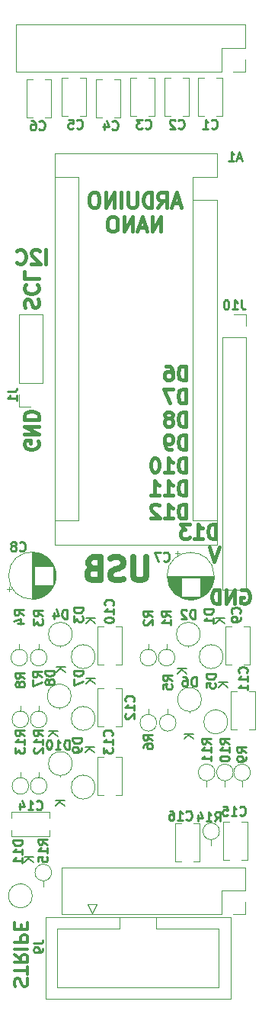
<source format=gbo>
%TF.GenerationSoftware,KiCad,Pcbnew,(6.0.1)*%
%TF.CreationDate,2023-02-02T04:47:40-05:00*%
%TF.ProjectId,ER-PROTO-02-MOZZI-DB,45522d50-524f-4544-9f2d-30322d4d4f5a,3*%
%TF.SameCoordinates,Original*%
%TF.FileFunction,Legend,Bot*%
%TF.FilePolarity,Positive*%
%FSLAX46Y46*%
G04 Gerber Fmt 4.6, Leading zero omitted, Abs format (unit mm)*
G04 Created by KiCad (PCBNEW (6.0.1)) date 2023-02-02 04:47:40*
%MOMM*%
%LPD*%
G01*
G04 APERTURE LIST*
%ADD10C,0.381000*%
%ADD11C,0.375000*%
%ADD12C,0.635000*%
%ADD13C,0.254000*%
%ADD14C,0.150000*%
%ADD15C,0.120000*%
G04 APERTURE END LIST*
D10*
X118754373Y-50073529D02*
X118754373Y-48486029D01*
X118376397Y-48486029D01*
X118149611Y-48561625D01*
X117998421Y-48712815D01*
X117922826Y-48864005D01*
X117847230Y-49166386D01*
X117847230Y-49393172D01*
X117922826Y-49695553D01*
X117998421Y-49846744D01*
X118149611Y-49997934D01*
X118376397Y-50073529D01*
X118754373Y-50073529D01*
X116486516Y-48486029D02*
X116788897Y-48486029D01*
X116940088Y-48561625D01*
X117015683Y-48637220D01*
X117166873Y-48864005D01*
X117242469Y-49166386D01*
X117242469Y-49771148D01*
X117166873Y-49922339D01*
X117091278Y-49997934D01*
X116940088Y-50073529D01*
X116637707Y-50073529D01*
X116486516Y-49997934D01*
X116410921Y-49922339D01*
X116335326Y-49771148D01*
X116335326Y-49393172D01*
X116410921Y-49241982D01*
X116486516Y-49166386D01*
X116637707Y-49090791D01*
X116940088Y-49090791D01*
X117091278Y-49166386D01*
X117166873Y-49241982D01*
X117242469Y-49393172D01*
X118754373Y-52629404D02*
X118754373Y-51041904D01*
X118376397Y-51041904D01*
X118149611Y-51117500D01*
X117998421Y-51268690D01*
X117922826Y-51419880D01*
X117847230Y-51722261D01*
X117847230Y-51949047D01*
X117922826Y-52251428D01*
X117998421Y-52402619D01*
X118149611Y-52553809D01*
X118376397Y-52629404D01*
X118754373Y-52629404D01*
X117318064Y-51041904D02*
X116259730Y-51041904D01*
X116940088Y-52629404D01*
X118754373Y-55185279D02*
X118754373Y-53597779D01*
X118376397Y-53597779D01*
X118149611Y-53673375D01*
X117998421Y-53824565D01*
X117922826Y-53975755D01*
X117847230Y-54278136D01*
X117847230Y-54504922D01*
X117922826Y-54807303D01*
X117998421Y-54958494D01*
X118149611Y-55109684D01*
X118376397Y-55185279D01*
X118754373Y-55185279D01*
X116940088Y-54278136D02*
X117091278Y-54202541D01*
X117166873Y-54126946D01*
X117242469Y-53975755D01*
X117242469Y-53900160D01*
X117166873Y-53748970D01*
X117091278Y-53673375D01*
X116940088Y-53597779D01*
X116637707Y-53597779D01*
X116486516Y-53673375D01*
X116410921Y-53748970D01*
X116335326Y-53900160D01*
X116335326Y-53975755D01*
X116410921Y-54126946D01*
X116486516Y-54202541D01*
X116637707Y-54278136D01*
X116940088Y-54278136D01*
X117091278Y-54353732D01*
X117166873Y-54429327D01*
X117242469Y-54580517D01*
X117242469Y-54882898D01*
X117166873Y-55034089D01*
X117091278Y-55109684D01*
X116940088Y-55185279D01*
X116637707Y-55185279D01*
X116486516Y-55109684D01*
X116410921Y-55034089D01*
X116335326Y-54882898D01*
X116335326Y-54580517D01*
X116410921Y-54429327D01*
X116486516Y-54353732D01*
X116637707Y-54278136D01*
X118754373Y-57741154D02*
X118754373Y-56153654D01*
X118376397Y-56153654D01*
X118149611Y-56229250D01*
X117998421Y-56380440D01*
X117922826Y-56531630D01*
X117847230Y-56834011D01*
X117847230Y-57060797D01*
X117922826Y-57363178D01*
X117998421Y-57514369D01*
X118149611Y-57665559D01*
X118376397Y-57741154D01*
X118754373Y-57741154D01*
X117091278Y-57741154D02*
X116788897Y-57741154D01*
X116637707Y-57665559D01*
X116562111Y-57589964D01*
X116410921Y-57363178D01*
X116335326Y-57060797D01*
X116335326Y-56456035D01*
X116410921Y-56304845D01*
X116486516Y-56229250D01*
X116637707Y-56153654D01*
X116940088Y-56153654D01*
X117091278Y-56229250D01*
X117166873Y-56304845D01*
X117242469Y-56456035D01*
X117242469Y-56834011D01*
X117166873Y-56985202D01*
X117091278Y-57060797D01*
X116940088Y-57136392D01*
X116637707Y-57136392D01*
X116486516Y-57060797D01*
X116410921Y-56985202D01*
X116335326Y-56834011D01*
X118754373Y-60297029D02*
X118754373Y-58709529D01*
X118376397Y-58709529D01*
X118149611Y-58785125D01*
X117998421Y-58936315D01*
X117922826Y-59087505D01*
X117847230Y-59389886D01*
X117847230Y-59616672D01*
X117922826Y-59919053D01*
X117998421Y-60070244D01*
X118149611Y-60221434D01*
X118376397Y-60297029D01*
X118754373Y-60297029D01*
X116335326Y-60297029D02*
X117242469Y-60297029D01*
X116788897Y-60297029D02*
X116788897Y-58709529D01*
X116940088Y-58936315D01*
X117091278Y-59087505D01*
X117242469Y-59163101D01*
X115352588Y-58709529D02*
X115201397Y-58709529D01*
X115050207Y-58785125D01*
X114974611Y-58860720D01*
X114899016Y-59011910D01*
X114823421Y-59314291D01*
X114823421Y-59692267D01*
X114899016Y-59994648D01*
X114974611Y-60145839D01*
X115050207Y-60221434D01*
X115201397Y-60297029D01*
X115352588Y-60297029D01*
X115503778Y-60221434D01*
X115579373Y-60145839D01*
X115654969Y-59994648D01*
X115730564Y-59692267D01*
X115730564Y-59314291D01*
X115654969Y-59011910D01*
X115579373Y-58860720D01*
X115503778Y-58785125D01*
X115352588Y-58709529D01*
X118754373Y-62852904D02*
X118754373Y-61265404D01*
X118376397Y-61265404D01*
X118149611Y-61341000D01*
X117998421Y-61492190D01*
X117922826Y-61643380D01*
X117847230Y-61945761D01*
X117847230Y-62172547D01*
X117922826Y-62474928D01*
X117998421Y-62626119D01*
X118149611Y-62777309D01*
X118376397Y-62852904D01*
X118754373Y-62852904D01*
X116335326Y-62852904D02*
X117242469Y-62852904D01*
X116788897Y-62852904D02*
X116788897Y-61265404D01*
X116940088Y-61492190D01*
X117091278Y-61643380D01*
X117242469Y-61718976D01*
X114823421Y-62852904D02*
X115730564Y-62852904D01*
X115276992Y-62852904D02*
X115276992Y-61265404D01*
X115428183Y-61492190D01*
X115579373Y-61643380D01*
X115730564Y-61718976D01*
X118754373Y-65408779D02*
X118754373Y-63821279D01*
X118376397Y-63821279D01*
X118149611Y-63896875D01*
X117998421Y-64048065D01*
X117922826Y-64199255D01*
X117847230Y-64501636D01*
X117847230Y-64728422D01*
X117922826Y-65030803D01*
X117998421Y-65181994D01*
X118149611Y-65333184D01*
X118376397Y-65408779D01*
X118754373Y-65408779D01*
X116335326Y-65408779D02*
X117242469Y-65408779D01*
X116788897Y-65408779D02*
X116788897Y-63821279D01*
X116940088Y-64048065D01*
X117091278Y-64199255D01*
X117242469Y-64274851D01*
X115730564Y-63972470D02*
X115654969Y-63896875D01*
X115503778Y-63821279D01*
X115125802Y-63821279D01*
X114974611Y-63896875D01*
X114899016Y-63972470D01*
X114823421Y-64123660D01*
X114823421Y-64274851D01*
X114899016Y-64501636D01*
X115806159Y-65408779D01*
X114823421Y-65408779D01*
D11*
X99722857Y-117327714D02*
X99651428Y-117113428D01*
X99651428Y-116756285D01*
X99722857Y-116613428D01*
X99794285Y-116542000D01*
X99937142Y-116470571D01*
X100080000Y-116470571D01*
X100222857Y-116542000D01*
X100294285Y-116613428D01*
X100365714Y-116756285D01*
X100437142Y-117042000D01*
X100508571Y-117184857D01*
X100580000Y-117256285D01*
X100722857Y-117327714D01*
X100865714Y-117327714D01*
X101008571Y-117256285D01*
X101080000Y-117184857D01*
X101151428Y-117042000D01*
X101151428Y-116684857D01*
X101080000Y-116470571D01*
X101151428Y-116042000D02*
X101151428Y-115184857D01*
X99651428Y-115613428D02*
X101151428Y-115613428D01*
X99651428Y-113827714D02*
X100365714Y-114327714D01*
X99651428Y-114684857D02*
X101151428Y-114684857D01*
X101151428Y-114113428D01*
X101080000Y-113970571D01*
X101008571Y-113899142D01*
X100865714Y-113827714D01*
X100651428Y-113827714D01*
X100508571Y-113899142D01*
X100437142Y-113970571D01*
X100365714Y-114113428D01*
X100365714Y-114684857D01*
X99651428Y-113184857D02*
X101151428Y-113184857D01*
X99651428Y-112470571D02*
X101151428Y-112470571D01*
X101151428Y-111899142D01*
X101080000Y-111756285D01*
X101008571Y-111684857D01*
X100865714Y-111613428D01*
X100651428Y-111613428D01*
X100508571Y-111684857D01*
X100437142Y-111756285D01*
X100365714Y-111899142D01*
X100365714Y-112470571D01*
X100437142Y-110970571D02*
X100437142Y-110470571D01*
X99651428Y-110256285D02*
X99651428Y-110970571D01*
X101151428Y-110970571D01*
X101151428Y-110256285D01*
D10*
X118061619Y-30442111D02*
X117275428Y-30442111D01*
X118218857Y-30913825D02*
X117668523Y-29262825D01*
X117118190Y-30913825D01*
X115624428Y-30913825D02*
X116174761Y-30127635D01*
X116567857Y-30913825D02*
X116567857Y-29262825D01*
X115938904Y-29262825D01*
X115781666Y-29341445D01*
X115703047Y-29420064D01*
X115624428Y-29577302D01*
X115624428Y-29813159D01*
X115703047Y-29970397D01*
X115781666Y-30049016D01*
X115938904Y-30127635D01*
X116567857Y-30127635D01*
X114916857Y-30913825D02*
X114916857Y-29262825D01*
X114523761Y-29262825D01*
X114287904Y-29341445D01*
X114130666Y-29498683D01*
X114052047Y-29655921D01*
X113973428Y-29970397D01*
X113973428Y-30206254D01*
X114052047Y-30520730D01*
X114130666Y-30677968D01*
X114287904Y-30835206D01*
X114523761Y-30913825D01*
X114916857Y-30913825D01*
X113265857Y-29262825D02*
X113265857Y-30599349D01*
X113187238Y-30756587D01*
X113108619Y-30835206D01*
X112951380Y-30913825D01*
X112636904Y-30913825D01*
X112479666Y-30835206D01*
X112401047Y-30756587D01*
X112322428Y-30599349D01*
X112322428Y-29262825D01*
X111536238Y-30913825D02*
X111536238Y-29262825D01*
X110750047Y-30913825D02*
X110750047Y-29262825D01*
X109806619Y-30913825D01*
X109806619Y-29262825D01*
X108705952Y-29262825D02*
X108391476Y-29262825D01*
X108234238Y-29341445D01*
X108077000Y-29498683D01*
X107998380Y-29813159D01*
X107998380Y-30363492D01*
X108077000Y-30677968D01*
X108234238Y-30835206D01*
X108391476Y-30913825D01*
X108705952Y-30913825D01*
X108863190Y-30835206D01*
X109020428Y-30677968D01*
X109099047Y-30363492D01*
X109099047Y-29813159D01*
X109020428Y-29498683D01*
X108863190Y-29341445D01*
X108705952Y-29262825D01*
X115938904Y-33571935D02*
X115938904Y-31920935D01*
X114995476Y-33571935D01*
X114995476Y-31920935D01*
X114287904Y-33100221D02*
X113501714Y-33100221D01*
X114445142Y-33571935D02*
X113894809Y-31920935D01*
X113344476Y-33571935D01*
X112794142Y-33571935D02*
X112794142Y-31920935D01*
X111850714Y-33571935D01*
X111850714Y-31920935D01*
X110750047Y-31920935D02*
X110435571Y-31920935D01*
X110278333Y-31999555D01*
X110121095Y-32156793D01*
X110042476Y-32471269D01*
X110042476Y-33021602D01*
X110121095Y-33336078D01*
X110278333Y-33493316D01*
X110435571Y-33571935D01*
X110750047Y-33571935D01*
X110907285Y-33493316D01*
X111064523Y-33336078D01*
X111143142Y-33021602D01*
X111143142Y-32471269D01*
X111064523Y-32156793D01*
X110907285Y-31999555D01*
X110750047Y-31920935D01*
X124907826Y-73374250D02*
X125059016Y-73298654D01*
X125285802Y-73298654D01*
X125512588Y-73374250D01*
X125663778Y-73525440D01*
X125739373Y-73676630D01*
X125814969Y-73979011D01*
X125814969Y-74205797D01*
X125739373Y-74508178D01*
X125663778Y-74659369D01*
X125512588Y-74810559D01*
X125285802Y-74886154D01*
X125134611Y-74886154D01*
X124907826Y-74810559D01*
X124832230Y-74734964D01*
X124832230Y-74205797D01*
X125134611Y-74205797D01*
X124151873Y-74886154D02*
X124151873Y-73298654D01*
X123244730Y-74886154D01*
X123244730Y-73298654D01*
X122488778Y-74886154D02*
X122488778Y-73298654D01*
X122110802Y-73298654D01*
X121884016Y-73374250D01*
X121732826Y-73525440D01*
X121657230Y-73676630D01*
X121581635Y-73979011D01*
X121581635Y-74205797D01*
X121657230Y-74508178D01*
X121732826Y-74659369D01*
X121884016Y-74810559D01*
X122110802Y-74886154D01*
X122488778Y-74886154D01*
X122056373Y-67647154D02*
X122056373Y-66059654D01*
X121678397Y-66059654D01*
X121451611Y-66135250D01*
X121300421Y-66286440D01*
X121224826Y-66437630D01*
X121149230Y-66740011D01*
X121149230Y-66966797D01*
X121224826Y-67269178D01*
X121300421Y-67420369D01*
X121451611Y-67571559D01*
X121678397Y-67647154D01*
X122056373Y-67647154D01*
X119637326Y-67647154D02*
X120544469Y-67647154D01*
X120090897Y-67647154D02*
X120090897Y-66059654D01*
X120242088Y-66286440D01*
X120393278Y-66437630D01*
X120544469Y-66513226D01*
X119108159Y-66059654D02*
X118125421Y-66059654D01*
X118654588Y-66664416D01*
X118427802Y-66664416D01*
X118276611Y-66740011D01*
X118201016Y-66815607D01*
X118125421Y-66966797D01*
X118125421Y-67344773D01*
X118201016Y-67495964D01*
X118276611Y-67571559D01*
X118427802Y-67647154D01*
X118881373Y-67647154D01*
X119032564Y-67571559D01*
X119108159Y-67495964D01*
X102266750Y-56835826D02*
X102342345Y-56987016D01*
X102342345Y-57213802D01*
X102266750Y-57440588D01*
X102115559Y-57591778D01*
X101964369Y-57667373D01*
X101661988Y-57742969D01*
X101435202Y-57742969D01*
X101132821Y-57667373D01*
X100981630Y-57591778D01*
X100830440Y-57440588D01*
X100754845Y-57213802D01*
X100754845Y-57062611D01*
X100830440Y-56835826D01*
X100906035Y-56760230D01*
X101435202Y-56760230D01*
X101435202Y-57062611D01*
X100754845Y-56079873D02*
X102342345Y-56079873D01*
X100754845Y-55172730D01*
X102342345Y-55172730D01*
X100754845Y-54416778D02*
X102342345Y-54416778D01*
X102342345Y-54038802D01*
X102266750Y-53812016D01*
X102115559Y-53660826D01*
X101964369Y-53585230D01*
X101661988Y-53509635D01*
X101435202Y-53509635D01*
X101132821Y-53585230D01*
X100981630Y-53660826D01*
X100830440Y-53812016D01*
X100754845Y-54038802D01*
X100754845Y-54416778D01*
D12*
X114330238Y-69729047D02*
X114330238Y-71785238D01*
X114209285Y-72027142D01*
X114088333Y-72148095D01*
X113846428Y-72269047D01*
X113362619Y-72269047D01*
X113120714Y-72148095D01*
X112999761Y-72027142D01*
X112878809Y-71785238D01*
X112878809Y-69729047D01*
X111790238Y-72148095D02*
X111427380Y-72269047D01*
X110822619Y-72269047D01*
X110580714Y-72148095D01*
X110459761Y-72027142D01*
X110338809Y-71785238D01*
X110338809Y-71543333D01*
X110459761Y-71301428D01*
X110580714Y-71180476D01*
X110822619Y-71059523D01*
X111306428Y-70938571D01*
X111548333Y-70817619D01*
X111669285Y-70696666D01*
X111790238Y-70454761D01*
X111790238Y-70212857D01*
X111669285Y-69970952D01*
X111548333Y-69850000D01*
X111306428Y-69729047D01*
X110701666Y-69729047D01*
X110338809Y-69850000D01*
X108403571Y-70938571D02*
X108040714Y-71059523D01*
X107919761Y-71180476D01*
X107798809Y-71422380D01*
X107798809Y-71785238D01*
X107919761Y-72027142D01*
X108040714Y-72148095D01*
X108282619Y-72269047D01*
X109250238Y-72269047D01*
X109250238Y-69729047D01*
X108403571Y-69729047D01*
X108161666Y-69850000D01*
X108040714Y-69970952D01*
X107919761Y-70212857D01*
X107919761Y-70454761D01*
X108040714Y-70696666D01*
X108161666Y-70817619D01*
X108403571Y-70938571D01*
X109250238Y-70938571D01*
D10*
X100830440Y-41994969D02*
X100754845Y-41768183D01*
X100754845Y-41390207D01*
X100830440Y-41239016D01*
X100906035Y-41163421D01*
X101057226Y-41087826D01*
X101208416Y-41087826D01*
X101359607Y-41163421D01*
X101435202Y-41239016D01*
X101510797Y-41390207D01*
X101586392Y-41692588D01*
X101661988Y-41843778D01*
X101737583Y-41919373D01*
X101888773Y-41994969D01*
X102039964Y-41994969D01*
X102191154Y-41919373D01*
X102266750Y-41843778D01*
X102342345Y-41692588D01*
X102342345Y-41314611D01*
X102266750Y-41087826D01*
X100906035Y-39500326D02*
X100830440Y-39575921D01*
X100754845Y-39802707D01*
X100754845Y-39953897D01*
X100830440Y-40180683D01*
X100981630Y-40331873D01*
X101132821Y-40407469D01*
X101435202Y-40483064D01*
X101661988Y-40483064D01*
X101964369Y-40407469D01*
X102115559Y-40331873D01*
X102266750Y-40180683D01*
X102342345Y-39953897D01*
X102342345Y-39802707D01*
X102266750Y-39575921D01*
X102191154Y-39500326D01*
X100754845Y-38064016D02*
X100754845Y-38819969D01*
X102342345Y-38819969D01*
X103133373Y-37167154D02*
X103133373Y-35579654D01*
X102453016Y-35730845D02*
X102377421Y-35655250D01*
X102226230Y-35579654D01*
X101848254Y-35579654D01*
X101697064Y-35655250D01*
X101621469Y-35730845D01*
X101545873Y-35882035D01*
X101545873Y-36033226D01*
X101621469Y-36260011D01*
X102528611Y-37167154D01*
X101545873Y-37167154D01*
X99958373Y-37015964D02*
X100033969Y-37091559D01*
X100260754Y-37167154D01*
X100411945Y-37167154D01*
X100638730Y-37091559D01*
X100789921Y-36940369D01*
X100865516Y-36789178D01*
X100941111Y-36486797D01*
X100941111Y-36260011D01*
X100865516Y-35957630D01*
X100789921Y-35806440D01*
X100638730Y-35655250D01*
X100411945Y-35579654D01*
X100260754Y-35579654D01*
X100033969Y-35655250D01*
X99958373Y-35730845D01*
X122410159Y-68599654D02*
X121880992Y-70187154D01*
X121351826Y-68599654D01*
D13*
%TO.C,D2*%
X119748904Y-76532619D02*
X119748904Y-75516619D01*
X119507000Y-75516619D01*
X119361857Y-75565000D01*
X119265095Y-75661761D01*
X119216714Y-75758523D01*
X119168333Y-75952047D01*
X119168333Y-76097190D01*
X119216714Y-76290714D01*
X119265095Y-76387476D01*
X119361857Y-76484238D01*
X119507000Y-76532619D01*
X119748904Y-76532619D01*
X118781285Y-75613380D02*
X118732904Y-75565000D01*
X118636142Y-75516619D01*
X118394238Y-75516619D01*
X118297476Y-75565000D01*
X118249095Y-75613380D01*
X118200714Y-75710142D01*
X118200714Y-75806904D01*
X118249095Y-75952047D01*
X118829666Y-76532619D01*
X118200714Y-76532619D01*
D14*
X118816380Y-82034095D02*
X117816380Y-82034095D01*
X118816380Y-82605523D02*
X118244952Y-82176952D01*
X117816380Y-82605523D02*
X118387809Y-82034095D01*
D13*
%TO.C,D6*%
X119875904Y-84025619D02*
X119875904Y-83009619D01*
X119634000Y-83009619D01*
X119488857Y-83058000D01*
X119392095Y-83154761D01*
X119343714Y-83251523D01*
X119295333Y-83445047D01*
X119295333Y-83590190D01*
X119343714Y-83783714D01*
X119392095Y-83880476D01*
X119488857Y-83977238D01*
X119634000Y-84025619D01*
X119875904Y-84025619D01*
X118424476Y-83009619D02*
X118618000Y-83009619D01*
X118714761Y-83058000D01*
X118763142Y-83106380D01*
X118859904Y-83251523D01*
X118908285Y-83445047D01*
X118908285Y-83832095D01*
X118859904Y-83928857D01*
X118811523Y-83977238D01*
X118714761Y-84025619D01*
X118521238Y-84025619D01*
X118424476Y-83977238D01*
X118376095Y-83928857D01*
X118327714Y-83832095D01*
X118327714Y-83590190D01*
X118376095Y-83493428D01*
X118424476Y-83445047D01*
X118521238Y-83396666D01*
X118714761Y-83396666D01*
X118811523Y-83445047D01*
X118859904Y-83493428D01*
X118908285Y-83590190D01*
D14*
X119578380Y-89301781D02*
X118578380Y-89301781D01*
X119578380Y-89873209D02*
X119006952Y-89444638D01*
X118578380Y-89873209D02*
X119149809Y-89301781D01*
D13*
%TO.C,C1*%
X121581333Y-22079857D02*
X121629714Y-22128238D01*
X121774857Y-22176619D01*
X121871619Y-22176619D01*
X122016761Y-22128238D01*
X122113523Y-22031476D01*
X122161904Y-21934714D01*
X122210285Y-21741190D01*
X122210285Y-21596047D01*
X122161904Y-21402523D01*
X122113523Y-21305761D01*
X122016761Y-21209000D01*
X121871619Y-21160619D01*
X121774857Y-21160619D01*
X121629714Y-21209000D01*
X121581333Y-21257380D01*
X120613714Y-22176619D02*
X121194285Y-22176619D01*
X120904000Y-22176619D02*
X120904000Y-21160619D01*
X121000761Y-21305761D01*
X121097523Y-21402523D01*
X121194285Y-21450904D01*
%TO.C,R2*%
X115013619Y-76284666D02*
X114529809Y-75946000D01*
X115013619Y-75704095D02*
X113997619Y-75704095D01*
X113997619Y-76091142D01*
X114046000Y-76187904D01*
X114094380Y-76236285D01*
X114191142Y-76284666D01*
X114336285Y-76284666D01*
X114433047Y-76236285D01*
X114481428Y-76187904D01*
X114529809Y-76091142D01*
X114529809Y-75704095D01*
X114094380Y-76671714D02*
X114046000Y-76720095D01*
X113997619Y-76816857D01*
X113997619Y-77058761D01*
X114046000Y-77155523D01*
X114094380Y-77203904D01*
X114191142Y-77252285D01*
X114287904Y-77252285D01*
X114433047Y-77203904D01*
X115013619Y-76623333D01*
X115013619Y-77252285D01*
%TO.C,C13*%
X110471857Y-89516847D02*
X110520238Y-89468466D01*
X110568619Y-89323323D01*
X110568619Y-89226561D01*
X110520238Y-89081418D01*
X110423476Y-88984656D01*
X110326714Y-88936275D01*
X110133190Y-88887894D01*
X109988047Y-88887894D01*
X109794523Y-88936275D01*
X109697761Y-88984656D01*
X109601000Y-89081418D01*
X109552619Y-89226561D01*
X109552619Y-89323323D01*
X109601000Y-89468466D01*
X109649380Y-89516847D01*
X110568619Y-90484466D02*
X110568619Y-89903894D01*
X110568619Y-90194180D02*
X109552619Y-90194180D01*
X109697761Y-90097418D01*
X109794523Y-90000656D01*
X109842904Y-89903894D01*
X109552619Y-90823132D02*
X109552619Y-91452085D01*
X109939666Y-91113418D01*
X109939666Y-91258561D01*
X109988047Y-91355323D01*
X110036428Y-91403704D01*
X110133190Y-91452085D01*
X110375095Y-91452085D01*
X110471857Y-91403704D01*
X110520238Y-91355323D01*
X110568619Y-91258561D01*
X110568619Y-90968275D01*
X110520238Y-90871513D01*
X110471857Y-90823132D01*
%TO.C,C14*%
X102126142Y-97644857D02*
X102174523Y-97693238D01*
X102319666Y-97741619D01*
X102416428Y-97741619D01*
X102561571Y-97693238D01*
X102658333Y-97596476D01*
X102706714Y-97499714D01*
X102755095Y-97306190D01*
X102755095Y-97161047D01*
X102706714Y-96967523D01*
X102658333Y-96870761D01*
X102561571Y-96774000D01*
X102416428Y-96725619D01*
X102319666Y-96725619D01*
X102174523Y-96774000D01*
X102126142Y-96822380D01*
X101158523Y-97741619D02*
X101739095Y-97741619D01*
X101448809Y-97741619D02*
X101448809Y-96725619D01*
X101545571Y-96870761D01*
X101642333Y-96967523D01*
X101739095Y-97015904D01*
X100287666Y-97064285D02*
X100287666Y-97741619D01*
X100529571Y-96677238D02*
X100771476Y-97402952D01*
X100142523Y-97402952D01*
%TO.C,R10*%
X123522619Y-90405857D02*
X123038809Y-90067190D01*
X123522619Y-89825285D02*
X122506619Y-89825285D01*
X122506619Y-90212333D01*
X122555000Y-90309095D01*
X122603380Y-90357476D01*
X122700142Y-90405857D01*
X122845285Y-90405857D01*
X122942047Y-90357476D01*
X122990428Y-90309095D01*
X123038809Y-90212333D01*
X123038809Y-89825285D01*
X123522619Y-91373476D02*
X123522619Y-90792904D01*
X123522619Y-91083190D02*
X122506619Y-91083190D01*
X122651761Y-90986428D01*
X122748523Y-90889666D01*
X122796904Y-90792904D01*
X122506619Y-92002428D02*
X122506619Y-92099190D01*
X122555000Y-92195952D01*
X122603380Y-92244333D01*
X122700142Y-92292714D01*
X122893666Y-92341095D01*
X123135571Y-92341095D01*
X123329095Y-92292714D01*
X123425857Y-92244333D01*
X123474238Y-92195952D01*
X123522619Y-92099190D01*
X123522619Y-92002428D01*
X123474238Y-91905666D01*
X123425857Y-91857285D01*
X123329095Y-91808904D01*
X123135571Y-91760523D01*
X122893666Y-91760523D01*
X122700142Y-91808904D01*
X122603380Y-91857285D01*
X122555000Y-91905666D01*
X122506619Y-92002428D01*
%TO.C,R3*%
X102821619Y-76234653D02*
X102337809Y-75895987D01*
X102821619Y-75654082D02*
X101805619Y-75654082D01*
X101805619Y-76041129D01*
X101854000Y-76137891D01*
X101902380Y-76186272D01*
X101999142Y-76234653D01*
X102144285Y-76234653D01*
X102241047Y-76186272D01*
X102289428Y-76137891D01*
X102337809Y-76041129D01*
X102337809Y-75654082D01*
X101805619Y-76573320D02*
X101805619Y-77202272D01*
X102192666Y-76863606D01*
X102192666Y-77008748D01*
X102241047Y-77105510D01*
X102289428Y-77153891D01*
X102386190Y-77202272D01*
X102628095Y-77202272D01*
X102724857Y-77153891D01*
X102773238Y-77105510D01*
X102821619Y-77008748D01*
X102821619Y-76718463D01*
X102773238Y-76621701D01*
X102724857Y-76573320D01*
%TO.C,R7*%
X102694619Y-83015666D02*
X102210809Y-82677000D01*
X102694619Y-82435095D02*
X101678619Y-82435095D01*
X101678619Y-82822142D01*
X101727000Y-82918904D01*
X101775380Y-82967285D01*
X101872142Y-83015666D01*
X102017285Y-83015666D01*
X102114047Y-82967285D01*
X102162428Y-82918904D01*
X102210809Y-82822142D01*
X102210809Y-82435095D01*
X101678619Y-83354333D02*
X101678619Y-84031666D01*
X102694619Y-83596238D01*
%TO.C,C4*%
X110532333Y-22206857D02*
X110580714Y-22255238D01*
X110725857Y-22303619D01*
X110822619Y-22303619D01*
X110967761Y-22255238D01*
X111064523Y-22158476D01*
X111112904Y-22061714D01*
X111161285Y-21868190D01*
X111161285Y-21723047D01*
X111112904Y-21529523D01*
X111064523Y-21432761D01*
X110967761Y-21336000D01*
X110822619Y-21287619D01*
X110725857Y-21287619D01*
X110580714Y-21336000D01*
X110532333Y-21384380D01*
X109661476Y-21626285D02*
X109661476Y-22303619D01*
X109903380Y-21239238D02*
X110145285Y-21964952D01*
X109516333Y-21964952D01*
%TO.C,R15*%
X103329619Y-101581882D02*
X102845809Y-101243215D01*
X103329619Y-101001310D02*
X102313619Y-101001310D01*
X102313619Y-101388358D01*
X102362000Y-101485120D01*
X102410380Y-101533501D01*
X102507142Y-101581882D01*
X102652285Y-101581882D01*
X102749047Y-101533501D01*
X102797428Y-101485120D01*
X102845809Y-101388358D01*
X102845809Y-101001310D01*
X103329619Y-102549501D02*
X103329619Y-101968929D01*
X103329619Y-102259215D02*
X102313619Y-102259215D01*
X102458761Y-102162453D01*
X102555523Y-102065691D01*
X102603904Y-101968929D01*
X102313619Y-103468739D02*
X102313619Y-102984929D01*
X102797428Y-102936548D01*
X102749047Y-102984929D01*
X102700666Y-103081691D01*
X102700666Y-103323596D01*
X102749047Y-103420358D01*
X102797428Y-103468739D01*
X102894190Y-103517120D01*
X103136095Y-103517120D01*
X103232857Y-103468739D01*
X103281238Y-103420358D01*
X103329619Y-103323596D01*
X103329619Y-103081691D01*
X103281238Y-102984929D01*
X103232857Y-102936548D01*
%TO.C,D5*%
X121998619Y-82689095D02*
X120982619Y-82689095D01*
X120982619Y-82931000D01*
X121031000Y-83076142D01*
X121127761Y-83172904D01*
X121224523Y-83221285D01*
X121418047Y-83269666D01*
X121563190Y-83269666D01*
X121756714Y-83221285D01*
X121853476Y-83172904D01*
X121950238Y-83076142D01*
X121998619Y-82931000D01*
X121998619Y-82689095D01*
X120982619Y-84188904D02*
X120982619Y-83705095D01*
X121466428Y-83656714D01*
X121418047Y-83705095D01*
X121369666Y-83801857D01*
X121369666Y-84043761D01*
X121418047Y-84140523D01*
X121466428Y-84188904D01*
X121563190Y-84237285D01*
X121805095Y-84237285D01*
X121901857Y-84188904D01*
X121950238Y-84140523D01*
X121998619Y-84043761D01*
X121998619Y-83801857D01*
X121950238Y-83705095D01*
X121901857Y-83656714D01*
D14*
X123388380Y-83558095D02*
X122388380Y-83558095D01*
X123388380Y-84129523D02*
X122816952Y-83700952D01*
X122388380Y-84129523D02*
X122959809Y-83558095D01*
D13*
%TO.C,R13*%
X100789619Y-89516857D02*
X100305809Y-89178190D01*
X100789619Y-88936285D02*
X99773619Y-88936285D01*
X99773619Y-89323333D01*
X99822000Y-89420095D01*
X99870380Y-89468476D01*
X99967142Y-89516857D01*
X100112285Y-89516857D01*
X100209047Y-89468476D01*
X100257428Y-89420095D01*
X100305809Y-89323333D01*
X100305809Y-88936285D01*
X100789619Y-90484476D02*
X100789619Y-89903904D01*
X100789619Y-90194190D02*
X99773619Y-90194190D01*
X99918761Y-90097428D01*
X100015523Y-90000666D01*
X100063904Y-89903904D01*
X99773619Y-90823142D02*
X99773619Y-91452095D01*
X100160666Y-91113428D01*
X100160666Y-91258571D01*
X100209047Y-91355333D01*
X100257428Y-91403714D01*
X100354190Y-91452095D01*
X100596095Y-91452095D01*
X100692857Y-91403714D01*
X100741238Y-91355333D01*
X100789619Y-91258571D01*
X100789619Y-90968285D01*
X100741238Y-90871523D01*
X100692857Y-90823142D01*
%TO.C,C3*%
X114215333Y-22079857D02*
X114263714Y-22128238D01*
X114408857Y-22176619D01*
X114505619Y-22176619D01*
X114650761Y-22128238D01*
X114747523Y-22031476D01*
X114795904Y-21934714D01*
X114844285Y-21741190D01*
X114844285Y-21596047D01*
X114795904Y-21402523D01*
X114747523Y-21305761D01*
X114650761Y-21209000D01*
X114505619Y-21160619D01*
X114408857Y-21160619D01*
X114263714Y-21209000D01*
X114215333Y-21257380D01*
X113876666Y-21160619D02*
X113247714Y-21160619D01*
X113586380Y-21547666D01*
X113441238Y-21547666D01*
X113344476Y-21596047D01*
X113296095Y-21644428D01*
X113247714Y-21741190D01*
X113247714Y-21983095D01*
X113296095Y-22079857D01*
X113344476Y-22128238D01*
X113441238Y-22176619D01*
X113731523Y-22176619D01*
X113828285Y-22128238D01*
X113876666Y-22079857D01*
%TO.C,A1*%
X124931714Y-25442333D02*
X124447904Y-25442333D01*
X125028476Y-25732619D02*
X124689809Y-24716619D01*
X124351142Y-25732619D01*
X123480285Y-25732619D02*
X124060857Y-25732619D01*
X123770571Y-25732619D02*
X123770571Y-24716619D01*
X123867333Y-24861761D01*
X123964095Y-24958523D01*
X124060857Y-25006904D01*
%TO.C,R4*%
X100662619Y-76157666D02*
X100178809Y-75819000D01*
X100662619Y-75577095D02*
X99646619Y-75577095D01*
X99646619Y-75964142D01*
X99695000Y-76060904D01*
X99743380Y-76109285D01*
X99840142Y-76157666D01*
X99985285Y-76157666D01*
X100082047Y-76109285D01*
X100130428Y-76060904D01*
X100178809Y-75964142D01*
X100178809Y-75577095D01*
X99985285Y-77028523D02*
X100662619Y-77028523D01*
X99598238Y-76786619D02*
X100323952Y-76544714D01*
X100323952Y-77173666D01*
%TO.C,D9*%
X107139619Y-89801095D02*
X106123619Y-89801095D01*
X106123619Y-90043000D01*
X106172000Y-90188142D01*
X106268761Y-90284904D01*
X106365523Y-90333285D01*
X106559047Y-90381666D01*
X106704190Y-90381666D01*
X106897714Y-90333285D01*
X106994476Y-90284904D01*
X107091238Y-90188142D01*
X107139619Y-90043000D01*
X107139619Y-89801095D01*
X107139619Y-90865476D02*
X107139619Y-91059000D01*
X107091238Y-91155761D01*
X107042857Y-91204142D01*
X106897714Y-91300904D01*
X106704190Y-91349285D01*
X106317142Y-91349285D01*
X106220380Y-91300904D01*
X106172000Y-91252523D01*
X106123619Y-91155761D01*
X106123619Y-90962238D01*
X106172000Y-90865476D01*
X106220380Y-90817095D01*
X106317142Y-90768714D01*
X106559047Y-90768714D01*
X106655809Y-90817095D01*
X106704190Y-90865476D01*
X106752571Y-90962238D01*
X106752571Y-91155761D01*
X106704190Y-91252523D01*
X106655809Y-91300904D01*
X106559047Y-91349285D01*
D14*
X108529380Y-90797095D02*
X107529380Y-90797095D01*
X108529380Y-91368523D02*
X107957952Y-90939952D01*
X107529380Y-91368523D02*
X108100809Y-90797095D01*
D13*
%TO.C,R14*%
X121938142Y-99011619D02*
X122276809Y-98527809D01*
X122518714Y-99011619D02*
X122518714Y-97995619D01*
X122131666Y-97995619D01*
X122034904Y-98044000D01*
X121986523Y-98092380D01*
X121938142Y-98189142D01*
X121938142Y-98334285D01*
X121986523Y-98431047D01*
X122034904Y-98479428D01*
X122131666Y-98527809D01*
X122518714Y-98527809D01*
X120970523Y-99011619D02*
X121551095Y-99011619D01*
X121260809Y-99011619D02*
X121260809Y-97995619D01*
X121357571Y-98140761D01*
X121454333Y-98237523D01*
X121551095Y-98285904D01*
X120099666Y-98334285D02*
X120099666Y-99011619D01*
X120341571Y-97947238D02*
X120583476Y-98672952D01*
X119954523Y-98672952D01*
%TO.C,C15*%
X124732142Y-98279867D02*
X124780523Y-98328248D01*
X124925666Y-98376629D01*
X125022428Y-98376629D01*
X125167571Y-98328248D01*
X125264333Y-98231486D01*
X125312714Y-98134724D01*
X125361095Y-97941200D01*
X125361095Y-97796057D01*
X125312714Y-97602533D01*
X125264333Y-97505771D01*
X125167571Y-97409010D01*
X125022428Y-97360629D01*
X124925666Y-97360629D01*
X124780523Y-97409010D01*
X124732142Y-97457390D01*
X123764523Y-98376629D02*
X124345095Y-98376629D01*
X124054809Y-98376629D02*
X124054809Y-97360629D01*
X124151571Y-97505771D01*
X124248333Y-97602533D01*
X124345095Y-97650914D01*
X122845285Y-97360629D02*
X123329095Y-97360629D01*
X123377476Y-97844438D01*
X123329095Y-97796057D01*
X123232333Y-97747676D01*
X122990428Y-97747676D01*
X122893666Y-97796057D01*
X122845285Y-97844438D01*
X122796904Y-97941200D01*
X122796904Y-98183105D01*
X122845285Y-98279867D01*
X122893666Y-98328248D01*
X122990428Y-98376629D01*
X123232333Y-98376629D01*
X123329095Y-98328248D01*
X123377476Y-98279867D01*
%TO.C,C10*%
X110598857Y-75038857D02*
X110647238Y-74990476D01*
X110695619Y-74845333D01*
X110695619Y-74748571D01*
X110647238Y-74603428D01*
X110550476Y-74506666D01*
X110453714Y-74458285D01*
X110260190Y-74409904D01*
X110115047Y-74409904D01*
X109921523Y-74458285D01*
X109824761Y-74506666D01*
X109728000Y-74603428D01*
X109679619Y-74748571D01*
X109679619Y-74845333D01*
X109728000Y-74990476D01*
X109776380Y-75038857D01*
X110695619Y-76006476D02*
X110695619Y-75425904D01*
X110695619Y-75716190D02*
X109679619Y-75716190D01*
X109824761Y-75619428D01*
X109921523Y-75522666D01*
X109969904Y-75425904D01*
X109679619Y-76635428D02*
X109679619Y-76732190D01*
X109728000Y-76828952D01*
X109776380Y-76877333D01*
X109873142Y-76925714D01*
X110066666Y-76974095D01*
X110308571Y-76974095D01*
X110502095Y-76925714D01*
X110598857Y-76877333D01*
X110647238Y-76828952D01*
X110695619Y-76732190D01*
X110695619Y-76635428D01*
X110647238Y-76538666D01*
X110598857Y-76490285D01*
X110502095Y-76441904D01*
X110308571Y-76393523D01*
X110066666Y-76393523D01*
X109873142Y-76441904D01*
X109776380Y-76490285D01*
X109728000Y-76538666D01*
X109679619Y-76635428D01*
%TO.C,D7*%
X107266619Y-82308095D02*
X106250619Y-82308095D01*
X106250619Y-82550000D01*
X106299000Y-82695142D01*
X106395761Y-82791904D01*
X106492523Y-82840285D01*
X106686047Y-82888666D01*
X106831190Y-82888666D01*
X107024714Y-82840285D01*
X107121476Y-82791904D01*
X107218238Y-82695142D01*
X107266619Y-82550000D01*
X107266619Y-82308095D01*
X106250619Y-83227333D02*
X106250619Y-83904666D01*
X107266619Y-83469238D01*
D14*
X108656380Y-83177095D02*
X107656380Y-83177095D01*
X108656380Y-83748523D02*
X108084952Y-83319952D01*
X107656380Y-83748523D02*
X108227809Y-83177095D01*
D13*
%TO.C,R6*%
X115013619Y-90000666D02*
X114529809Y-89662000D01*
X115013619Y-89420095D02*
X113997619Y-89420095D01*
X113997619Y-89807142D01*
X114046000Y-89903904D01*
X114094380Y-89952285D01*
X114191142Y-90000666D01*
X114336285Y-90000666D01*
X114433047Y-89952285D01*
X114481428Y-89903904D01*
X114529809Y-89807142D01*
X114529809Y-89420095D01*
X113997619Y-90871523D02*
X113997619Y-90678000D01*
X114046000Y-90581238D01*
X114094380Y-90532857D01*
X114239523Y-90436095D01*
X114433047Y-90387714D01*
X114820095Y-90387714D01*
X114916857Y-90436095D01*
X114965238Y-90484476D01*
X115013619Y-90581238D01*
X115013619Y-90774761D01*
X114965238Y-90871523D01*
X114916857Y-90919904D01*
X114820095Y-90968285D01*
X114578190Y-90968285D01*
X114481428Y-90919904D01*
X114433047Y-90871523D01*
X114384666Y-90774761D01*
X114384666Y-90581238D01*
X114433047Y-90484476D01*
X114481428Y-90436095D01*
X114578190Y-90387714D01*
%TO.C,J1*%
X98884619Y-51350333D02*
X99610333Y-51350333D01*
X99755476Y-51301952D01*
X99852238Y-51205190D01*
X99900619Y-51060047D01*
X99900619Y-50963285D01*
X99900619Y-52366333D02*
X99900619Y-51785761D01*
X99900619Y-52076047D02*
X98884619Y-52076047D01*
X99029761Y-51979285D01*
X99126523Y-51882523D01*
X99174904Y-51785761D01*
%TO.C,C11*%
X125477847Y-82531857D02*
X125526228Y-82483476D01*
X125574609Y-82338333D01*
X125574609Y-82241571D01*
X125526228Y-82096428D01*
X125429466Y-81999666D01*
X125332704Y-81951285D01*
X125139180Y-81902904D01*
X124994037Y-81902904D01*
X124800513Y-81951285D01*
X124703751Y-81999666D01*
X124606990Y-82096428D01*
X124558609Y-82241571D01*
X124558609Y-82338333D01*
X124606990Y-82483476D01*
X124655370Y-82531857D01*
X125574609Y-83499476D02*
X125574609Y-82918904D01*
X125574609Y-83209190D02*
X124558609Y-83209190D01*
X124703751Y-83112428D01*
X124800513Y-83015666D01*
X124848894Y-82918904D01*
X125574609Y-84467095D02*
X125574609Y-83886523D01*
X125574609Y-84176809D02*
X124558609Y-84176809D01*
X124703751Y-84080047D01*
X124800513Y-83983285D01*
X124848894Y-83886523D01*
%TO.C,R12*%
X102821619Y-89516857D02*
X102337809Y-89178190D01*
X102821619Y-88936285D02*
X101805619Y-88936285D01*
X101805619Y-89323333D01*
X101854000Y-89420095D01*
X101902380Y-89468476D01*
X101999142Y-89516857D01*
X102144285Y-89516857D01*
X102241047Y-89468476D01*
X102289428Y-89420095D01*
X102337809Y-89323333D01*
X102337809Y-88936285D01*
X102821619Y-90484476D02*
X102821619Y-89903904D01*
X102821619Y-90194190D02*
X101805619Y-90194190D01*
X101950761Y-90097428D01*
X102047523Y-90000666D01*
X102095904Y-89903904D01*
X101902380Y-90871523D02*
X101854000Y-90919904D01*
X101805619Y-91016666D01*
X101805619Y-91258571D01*
X101854000Y-91355333D01*
X101902380Y-91403714D01*
X101999142Y-91452095D01*
X102095904Y-91452095D01*
X102241047Y-91403714D01*
X102821619Y-90823142D01*
X102821619Y-91452095D01*
%TO.C,D1*%
X121744619Y-75470085D02*
X120728619Y-75470085D01*
X120728619Y-75711990D01*
X120777000Y-75857132D01*
X120873761Y-75953894D01*
X120970523Y-76002275D01*
X121164047Y-76050656D01*
X121309190Y-76050656D01*
X121502714Y-76002275D01*
X121599476Y-75953894D01*
X121696238Y-75857132D01*
X121744619Y-75711990D01*
X121744619Y-75470085D01*
X121744619Y-77018275D02*
X121744619Y-76437704D01*
X121744619Y-76727990D02*
X120728619Y-76727990D01*
X120873761Y-76631228D01*
X120970523Y-76534466D01*
X121018904Y-76437704D01*
D14*
X123007380Y-76466095D02*
X122007380Y-76466095D01*
X123007380Y-77037523D02*
X122435952Y-76608952D01*
X122007380Y-77037523D02*
X122578809Y-76466095D01*
D13*
%TO.C,C12*%
X112884857Y-85706857D02*
X112933238Y-85658476D01*
X112981619Y-85513333D01*
X112981619Y-85416571D01*
X112933238Y-85271428D01*
X112836476Y-85174666D01*
X112739714Y-85126285D01*
X112546190Y-85077904D01*
X112401047Y-85077904D01*
X112207523Y-85126285D01*
X112110761Y-85174666D01*
X112014000Y-85271428D01*
X111965619Y-85416571D01*
X111965619Y-85513333D01*
X112014000Y-85658476D01*
X112062380Y-85706857D01*
X112981619Y-86674476D02*
X112981619Y-86093904D01*
X112981619Y-86384190D02*
X111965619Y-86384190D01*
X112110761Y-86287428D01*
X112207523Y-86190666D01*
X112255904Y-86093904D01*
X112062380Y-87061523D02*
X112014000Y-87109904D01*
X111965619Y-87206666D01*
X111965619Y-87448571D01*
X112014000Y-87545333D01*
X112062380Y-87593714D01*
X112159142Y-87642095D01*
X112255904Y-87642095D01*
X112401047Y-87593714D01*
X112981619Y-87013142D01*
X112981619Y-87642095D01*
%TO.C,C7*%
X116247333Y-70085857D02*
X116295714Y-70134238D01*
X116440857Y-70182619D01*
X116537619Y-70182619D01*
X116682761Y-70134238D01*
X116779523Y-70037476D01*
X116827904Y-69940714D01*
X116876285Y-69747190D01*
X116876285Y-69602047D01*
X116827904Y-69408523D01*
X116779523Y-69311761D01*
X116682761Y-69215000D01*
X116537619Y-69166619D01*
X116440857Y-69166619D01*
X116295714Y-69215000D01*
X116247333Y-69263380D01*
X115908666Y-69166619D02*
X115231333Y-69166619D01*
X115666761Y-70182619D01*
%TO.C,R8*%
X100789619Y-83142666D02*
X100305809Y-82804000D01*
X100789619Y-82562095D02*
X99773619Y-82562095D01*
X99773619Y-82949142D01*
X99822000Y-83045904D01*
X99870380Y-83094285D01*
X99967142Y-83142666D01*
X100112285Y-83142666D01*
X100209047Y-83094285D01*
X100257428Y-83045904D01*
X100305809Y-82949142D01*
X100305809Y-82562095D01*
X100209047Y-83723238D02*
X100160666Y-83626476D01*
X100112285Y-83578095D01*
X100015523Y-83529714D01*
X99967142Y-83529714D01*
X99870380Y-83578095D01*
X99822000Y-83626476D01*
X99773619Y-83723238D01*
X99773619Y-83916761D01*
X99822000Y-84013523D01*
X99870380Y-84061904D01*
X99967142Y-84110285D01*
X100015523Y-84110285D01*
X100112285Y-84061904D01*
X100160666Y-84013523D01*
X100209047Y-83916761D01*
X100209047Y-83723238D01*
X100257428Y-83626476D01*
X100305809Y-83578095D01*
X100402571Y-83529714D01*
X100596095Y-83529714D01*
X100692857Y-83578095D01*
X100741238Y-83626476D01*
X100789619Y-83723238D01*
X100789619Y-83916761D01*
X100741238Y-84013523D01*
X100692857Y-84061904D01*
X100596095Y-84110285D01*
X100402571Y-84110285D01*
X100305809Y-84061904D01*
X100257428Y-84013523D01*
X100209047Y-83916761D01*
%TO.C,J9*%
X101805619Y-112564333D02*
X102531333Y-112564333D01*
X102676476Y-112515952D01*
X102773238Y-112419190D01*
X102821619Y-112274047D01*
X102821619Y-112177285D01*
X102821619Y-113096523D02*
X102821619Y-113290047D01*
X102773238Y-113386809D01*
X102724857Y-113435190D01*
X102579714Y-113531952D01*
X102386190Y-113580333D01*
X101999142Y-113580333D01*
X101902380Y-113531952D01*
X101854000Y-113483571D01*
X101805619Y-113386809D01*
X101805619Y-113193285D01*
X101854000Y-113096523D01*
X101902380Y-113048142D01*
X101999142Y-112999761D01*
X102241047Y-112999761D01*
X102337809Y-113048142D01*
X102386190Y-113096523D01*
X102434571Y-113193285D01*
X102434571Y-113386809D01*
X102386190Y-113483571D01*
X102337809Y-113531952D01*
X102241047Y-113580333D01*
%TO.C,D11*%
X100535619Y-101128285D02*
X99519619Y-101128285D01*
X99519619Y-101370190D01*
X99568000Y-101515333D01*
X99664761Y-101612095D01*
X99761523Y-101660476D01*
X99955047Y-101708857D01*
X100100190Y-101708857D01*
X100293714Y-101660476D01*
X100390476Y-101612095D01*
X100487238Y-101515333D01*
X100535619Y-101370190D01*
X100535619Y-101128285D01*
X100535619Y-102676476D02*
X100535619Y-102095904D01*
X100535619Y-102386190D02*
X99519619Y-102386190D01*
X99664761Y-102289428D01*
X99761523Y-102192666D01*
X99809904Y-102095904D01*
X100535619Y-103644095D02*
X100535619Y-103063523D01*
X100535619Y-103353809D02*
X99519619Y-103353809D01*
X99664761Y-103257047D01*
X99761523Y-103160285D01*
X99809904Y-103063523D01*
D14*
X101798380Y-102989095D02*
X100798380Y-102989095D01*
X101798380Y-103560523D02*
X101226952Y-103131952D01*
X100798380Y-103560523D02*
X101369809Y-102989095D01*
D13*
%TO.C,D10*%
X105754714Y-91010619D02*
X105754714Y-89994619D01*
X105512809Y-89994619D01*
X105367666Y-90043000D01*
X105270904Y-90139761D01*
X105222523Y-90236523D01*
X105174142Y-90430047D01*
X105174142Y-90575190D01*
X105222523Y-90768714D01*
X105270904Y-90865476D01*
X105367666Y-90962238D01*
X105512809Y-91010619D01*
X105754714Y-91010619D01*
X104206523Y-91010619D02*
X104787095Y-91010619D01*
X104496809Y-91010619D02*
X104496809Y-89994619D01*
X104593571Y-90139761D01*
X104690333Y-90236523D01*
X104787095Y-90284904D01*
X103577571Y-89994619D02*
X103480809Y-89994619D01*
X103384047Y-90043000D01*
X103335666Y-90091380D01*
X103287285Y-90188142D01*
X103238904Y-90381666D01*
X103238904Y-90623571D01*
X103287285Y-90817095D01*
X103335666Y-90913857D01*
X103384047Y-90962238D01*
X103480809Y-91010619D01*
X103577571Y-91010619D01*
X103674333Y-90962238D01*
X103722714Y-90913857D01*
X103771095Y-90817095D01*
X103819476Y-90623571D01*
X103819476Y-90381666D01*
X103771095Y-90188142D01*
X103722714Y-90091380D01*
X103674333Y-90043000D01*
X103577571Y-89994619D01*
D14*
X105227380Y-96689781D02*
X104227380Y-96689781D01*
X105227380Y-97261209D02*
X104655952Y-96832638D01*
X104227380Y-97261209D02*
X104798809Y-96689781D01*
D13*
%TO.C,C16*%
X118763142Y-98787857D02*
X118811523Y-98836238D01*
X118956666Y-98884619D01*
X119053428Y-98884619D01*
X119198571Y-98836238D01*
X119295333Y-98739476D01*
X119343714Y-98642714D01*
X119392095Y-98449190D01*
X119392095Y-98304047D01*
X119343714Y-98110523D01*
X119295333Y-98013761D01*
X119198571Y-97917000D01*
X119053428Y-97868619D01*
X118956666Y-97868619D01*
X118811523Y-97917000D01*
X118763142Y-97965380D01*
X117795523Y-98884619D02*
X118376095Y-98884619D01*
X118085809Y-98884619D02*
X118085809Y-97868619D01*
X118182571Y-98013761D01*
X118279333Y-98110523D01*
X118376095Y-98158904D01*
X116924666Y-97868619D02*
X117118190Y-97868619D01*
X117214952Y-97917000D01*
X117263333Y-97965380D01*
X117360095Y-98110523D01*
X117408476Y-98304047D01*
X117408476Y-98691095D01*
X117360095Y-98787857D01*
X117311714Y-98836238D01*
X117214952Y-98884619D01*
X117021428Y-98884619D01*
X116924666Y-98836238D01*
X116876285Y-98787857D01*
X116827904Y-98691095D01*
X116827904Y-98449190D01*
X116876285Y-98352428D01*
X116924666Y-98304047D01*
X117021428Y-98255666D01*
X117214952Y-98255666D01*
X117311714Y-98304047D01*
X117360095Y-98352428D01*
X117408476Y-98449190D01*
%TO.C,C2*%
X117898333Y-22079857D02*
X117946714Y-22128238D01*
X118091857Y-22176619D01*
X118188619Y-22176619D01*
X118333761Y-22128238D01*
X118430523Y-22031476D01*
X118478904Y-21934714D01*
X118527285Y-21741190D01*
X118527285Y-21596047D01*
X118478904Y-21402523D01*
X118430523Y-21305761D01*
X118333761Y-21209000D01*
X118188619Y-21160619D01*
X118091857Y-21160619D01*
X117946714Y-21209000D01*
X117898333Y-21257380D01*
X117511285Y-21257380D02*
X117462904Y-21209000D01*
X117366142Y-21160619D01*
X117124238Y-21160619D01*
X117027476Y-21209000D01*
X116979095Y-21257380D01*
X116930714Y-21354142D01*
X116930714Y-21450904D01*
X116979095Y-21596047D01*
X117559666Y-22176619D01*
X116930714Y-22176619D01*
%TO.C,J10*%
X124901476Y-41182619D02*
X124901476Y-41908333D01*
X124949857Y-42053476D01*
X125046619Y-42150238D01*
X125191761Y-42198619D01*
X125288523Y-42198619D01*
X123885476Y-42198619D02*
X124466047Y-42198619D01*
X124175761Y-42198619D02*
X124175761Y-41182619D01*
X124272523Y-41327761D01*
X124369285Y-41424523D01*
X124466047Y-41472904D01*
X123256523Y-41182619D02*
X123159761Y-41182619D01*
X123063000Y-41231000D01*
X123014619Y-41279380D01*
X122966238Y-41376142D01*
X122917857Y-41569666D01*
X122917857Y-41811571D01*
X122966238Y-42005095D01*
X123014619Y-42101857D01*
X123063000Y-42150238D01*
X123159761Y-42198619D01*
X123256523Y-42198619D01*
X123353285Y-42150238D01*
X123401666Y-42101857D01*
X123450047Y-42005095D01*
X123498428Y-41811571D01*
X123498428Y-41569666D01*
X123450047Y-41376142D01*
X123401666Y-41279380D01*
X123353285Y-41231000D01*
X123256523Y-41182619D01*
%TO.C,C6*%
X102404333Y-22206857D02*
X102452714Y-22255238D01*
X102597857Y-22303619D01*
X102694619Y-22303619D01*
X102839761Y-22255238D01*
X102936523Y-22158476D01*
X102984904Y-22061714D01*
X103033285Y-21868190D01*
X103033285Y-21723047D01*
X102984904Y-21529523D01*
X102936523Y-21432761D01*
X102839761Y-21336000D01*
X102694619Y-21287619D01*
X102597857Y-21287619D01*
X102452714Y-21336000D01*
X102404333Y-21384380D01*
X101533476Y-21287619D02*
X101727000Y-21287619D01*
X101823761Y-21336000D01*
X101872142Y-21384380D01*
X101968904Y-21529523D01*
X102017285Y-21723047D01*
X102017285Y-22110095D01*
X101968904Y-22206857D01*
X101920523Y-22255238D01*
X101823761Y-22303619D01*
X101630238Y-22303619D01*
X101533476Y-22255238D01*
X101485095Y-22206857D01*
X101436714Y-22110095D01*
X101436714Y-21868190D01*
X101485095Y-21771428D01*
X101533476Y-21723047D01*
X101630238Y-21674666D01*
X101823761Y-21674666D01*
X101920523Y-21723047D01*
X101968904Y-21771428D01*
X102017285Y-21868190D01*
%TO.C,C5*%
X106595333Y-22079857D02*
X106643714Y-22128238D01*
X106788857Y-22176619D01*
X106885619Y-22176619D01*
X107030761Y-22128238D01*
X107127523Y-22031476D01*
X107175904Y-21934714D01*
X107224285Y-21741190D01*
X107224285Y-21596047D01*
X107175904Y-21402523D01*
X107127523Y-21305761D01*
X107030761Y-21209000D01*
X106885619Y-21160619D01*
X106788857Y-21160619D01*
X106643714Y-21209000D01*
X106595333Y-21257380D01*
X105676095Y-21160619D02*
X106159904Y-21160619D01*
X106208285Y-21644428D01*
X106159904Y-21596047D01*
X106063142Y-21547666D01*
X105821238Y-21547666D01*
X105724476Y-21596047D01*
X105676095Y-21644428D01*
X105627714Y-21741190D01*
X105627714Y-21983095D01*
X105676095Y-22079857D01*
X105724476Y-22128238D01*
X105821238Y-22176619D01*
X106063142Y-22176619D01*
X106159904Y-22128238D01*
X106208285Y-22079857D01*
%TO.C,C8*%
X100245333Y-68942857D02*
X100293714Y-68991238D01*
X100438857Y-69039619D01*
X100535619Y-69039619D01*
X100680761Y-68991238D01*
X100777523Y-68894476D01*
X100825904Y-68797714D01*
X100874285Y-68604190D01*
X100874285Y-68459047D01*
X100825904Y-68265523D01*
X100777523Y-68168761D01*
X100680761Y-68072000D01*
X100535619Y-68023619D01*
X100438857Y-68023619D01*
X100293714Y-68072000D01*
X100245333Y-68120380D01*
X99664761Y-68459047D02*
X99761523Y-68410666D01*
X99809904Y-68362285D01*
X99858285Y-68265523D01*
X99858285Y-68217142D01*
X99809904Y-68120380D01*
X99761523Y-68072000D01*
X99664761Y-68023619D01*
X99471238Y-68023619D01*
X99374476Y-68072000D01*
X99326095Y-68120380D01*
X99277714Y-68217142D01*
X99277714Y-68265523D01*
X99326095Y-68362285D01*
X99374476Y-68410666D01*
X99471238Y-68459047D01*
X99664761Y-68459047D01*
X99761523Y-68507428D01*
X99809904Y-68555809D01*
X99858285Y-68652571D01*
X99858285Y-68846095D01*
X99809904Y-68942857D01*
X99761523Y-68991238D01*
X99664761Y-69039619D01*
X99471238Y-69039619D01*
X99374476Y-68991238D01*
X99326095Y-68942857D01*
X99277714Y-68846095D01*
X99277714Y-68652571D01*
X99326095Y-68555809D01*
X99374476Y-68507428D01*
X99471238Y-68459047D01*
%TO.C,R5*%
X117172619Y-83396666D02*
X116688809Y-83058000D01*
X117172619Y-82816095D02*
X116156619Y-82816095D01*
X116156619Y-83203142D01*
X116205000Y-83299904D01*
X116253380Y-83348285D01*
X116350142Y-83396666D01*
X116495285Y-83396666D01*
X116592047Y-83348285D01*
X116640428Y-83299904D01*
X116688809Y-83203142D01*
X116688809Y-82816095D01*
X116156619Y-84315904D02*
X116156619Y-83832095D01*
X116640428Y-83783714D01*
X116592047Y-83832095D01*
X116543666Y-83928857D01*
X116543666Y-84170761D01*
X116592047Y-84267523D01*
X116640428Y-84315904D01*
X116737190Y-84364285D01*
X116979095Y-84364285D01*
X117075857Y-84315904D01*
X117124238Y-84267523D01*
X117172619Y-84170761D01*
X117172619Y-83928857D01*
X117124238Y-83832095D01*
X117075857Y-83783714D01*
%TO.C,D4*%
X105524904Y-76532619D02*
X105524904Y-75516619D01*
X105283000Y-75516619D01*
X105137857Y-75565000D01*
X105041095Y-75661761D01*
X104992714Y-75758523D01*
X104944333Y-75952047D01*
X104944333Y-76097190D01*
X104992714Y-76290714D01*
X105041095Y-76387476D01*
X105137857Y-76484238D01*
X105283000Y-76532619D01*
X105524904Y-76532619D01*
X104073476Y-75855285D02*
X104073476Y-76532619D01*
X104315380Y-75468238D02*
X104557285Y-76193952D01*
X103928333Y-76193952D01*
D14*
X105354380Y-81907095D02*
X104354380Y-81907095D01*
X105354380Y-82478523D02*
X104782952Y-82049952D01*
X104354380Y-82478523D02*
X104925809Y-81907095D01*
D13*
%TO.C,D8*%
X104091619Y-82308095D02*
X103075619Y-82308095D01*
X103075619Y-82550000D01*
X103124000Y-82695142D01*
X103220761Y-82791904D01*
X103317523Y-82840285D01*
X103511047Y-82888666D01*
X103656190Y-82888666D01*
X103849714Y-82840285D01*
X103946476Y-82791904D01*
X104043238Y-82695142D01*
X104091619Y-82550000D01*
X104091619Y-82308095D01*
X103511047Y-83469238D02*
X103462666Y-83372476D01*
X103414285Y-83324095D01*
X103317523Y-83275714D01*
X103269142Y-83275714D01*
X103172380Y-83324095D01*
X103124000Y-83372476D01*
X103075619Y-83469238D01*
X103075619Y-83662761D01*
X103124000Y-83759523D01*
X103172380Y-83807904D01*
X103269142Y-83856285D01*
X103317523Y-83856285D01*
X103414285Y-83807904D01*
X103462666Y-83759523D01*
X103511047Y-83662761D01*
X103511047Y-83469238D01*
X103559428Y-83372476D01*
X103607809Y-83324095D01*
X103704571Y-83275714D01*
X103898095Y-83275714D01*
X103994857Y-83324095D01*
X104043238Y-83372476D01*
X104091619Y-83469238D01*
X104091619Y-83662761D01*
X104043238Y-83759523D01*
X103994857Y-83807904D01*
X103898095Y-83856285D01*
X103704571Y-83856285D01*
X103607809Y-83807904D01*
X103559428Y-83759523D01*
X103511047Y-83662761D01*
D14*
X104465380Y-89019095D02*
X103465380Y-89019095D01*
X104465380Y-89590523D02*
X103893952Y-89161952D01*
X103465380Y-89590523D02*
X104036809Y-89019095D01*
D13*
%TO.C,D3*%
X107266619Y-75323095D02*
X106250619Y-75323095D01*
X106250619Y-75565000D01*
X106299000Y-75710142D01*
X106395761Y-75806904D01*
X106492523Y-75855285D01*
X106686047Y-75903666D01*
X106831190Y-75903666D01*
X107024714Y-75855285D01*
X107121476Y-75806904D01*
X107218238Y-75710142D01*
X107266619Y-75565000D01*
X107266619Y-75323095D01*
X106250619Y-76242333D02*
X106250619Y-76871285D01*
X106637666Y-76532619D01*
X106637666Y-76677761D01*
X106686047Y-76774523D01*
X106734428Y-76822904D01*
X106831190Y-76871285D01*
X107073095Y-76871285D01*
X107169857Y-76822904D01*
X107218238Y-76774523D01*
X107266619Y-76677761D01*
X107266619Y-76387476D01*
X107218238Y-76290714D01*
X107169857Y-76242333D01*
D14*
X108656380Y-76446095D02*
X107656380Y-76446095D01*
X108656380Y-77017523D02*
X108084952Y-76588952D01*
X107656380Y-77017523D02*
X108227809Y-76446095D01*
D13*
%TO.C,R1*%
X117045619Y-76284666D02*
X116561809Y-75946000D01*
X117045619Y-75704095D02*
X116029619Y-75704095D01*
X116029619Y-76091142D01*
X116078000Y-76187904D01*
X116126380Y-76236285D01*
X116223142Y-76284666D01*
X116368285Y-76284666D01*
X116465047Y-76236285D01*
X116513428Y-76187904D01*
X116561809Y-76091142D01*
X116561809Y-75704095D01*
X117045619Y-77252285D02*
X117045619Y-76671714D01*
X117045619Y-76962000D02*
X116029619Y-76962000D01*
X116174761Y-76865238D01*
X116271523Y-76768476D01*
X116319904Y-76671714D01*
%TO.C,R9*%
X125427619Y-91397666D02*
X124943809Y-91059000D01*
X125427619Y-90817095D02*
X124411619Y-90817095D01*
X124411619Y-91204142D01*
X124460000Y-91300904D01*
X124508380Y-91349285D01*
X124605142Y-91397666D01*
X124750285Y-91397666D01*
X124847047Y-91349285D01*
X124895428Y-91300904D01*
X124943809Y-91204142D01*
X124943809Y-90817095D01*
X125427619Y-91881476D02*
X125427619Y-92075000D01*
X125379238Y-92171761D01*
X125330857Y-92220142D01*
X125185714Y-92316904D01*
X124992190Y-92365285D01*
X124605142Y-92365285D01*
X124508380Y-92316904D01*
X124460000Y-92268523D01*
X124411619Y-92171761D01*
X124411619Y-91978238D01*
X124460000Y-91881476D01*
X124508380Y-91833095D01*
X124605142Y-91784714D01*
X124847047Y-91784714D01*
X124943809Y-91833095D01*
X124992190Y-91881476D01*
X125040571Y-91978238D01*
X125040571Y-92171761D01*
X124992190Y-92268523D01*
X124943809Y-92316904D01*
X124847047Y-92365285D01*
%TO.C,C9*%
X124695857Y-75923656D02*
X124744238Y-75875275D01*
X124792619Y-75730132D01*
X124792619Y-75633370D01*
X124744238Y-75488228D01*
X124647476Y-75391466D01*
X124550714Y-75343085D01*
X124357190Y-75294704D01*
X124212047Y-75294704D01*
X124018523Y-75343085D01*
X123921761Y-75391466D01*
X123825000Y-75488228D01*
X123776619Y-75633370D01*
X123776619Y-75730132D01*
X123825000Y-75875275D01*
X123873380Y-75923656D01*
X124792619Y-76407466D02*
X124792619Y-76600990D01*
X124744238Y-76697751D01*
X124695857Y-76746132D01*
X124550714Y-76842894D01*
X124357190Y-76891275D01*
X123970142Y-76891275D01*
X123873380Y-76842894D01*
X123825000Y-76794513D01*
X123776619Y-76697751D01*
X123776619Y-76504228D01*
X123825000Y-76407466D01*
X123873380Y-76359085D01*
X123970142Y-76310704D01*
X124212047Y-76310704D01*
X124308809Y-76359085D01*
X124357190Y-76407466D01*
X124405571Y-76504228D01*
X124405571Y-76697751D01*
X124357190Y-76794513D01*
X124308809Y-76842894D01*
X124212047Y-76891275D01*
%TO.C,R11*%
X121490619Y-90405857D02*
X121006809Y-90067190D01*
X121490619Y-89825285D02*
X120474619Y-89825285D01*
X120474619Y-90212333D01*
X120523000Y-90309095D01*
X120571380Y-90357476D01*
X120668142Y-90405857D01*
X120813285Y-90405857D01*
X120910047Y-90357476D01*
X120958428Y-90309095D01*
X121006809Y-90212333D01*
X121006809Y-89825285D01*
X121490619Y-91373476D02*
X121490619Y-90792904D01*
X121490619Y-91083190D02*
X120474619Y-91083190D01*
X120619761Y-90986428D01*
X120716523Y-90889666D01*
X120764904Y-90792904D01*
X121490619Y-92341095D02*
X121490619Y-91760523D01*
X121490619Y-92050809D02*
X120474619Y-92050809D01*
X120619761Y-91954047D01*
X120716523Y-91857285D01*
X120764904Y-91760523D01*
D15*
%TO.C,D2*%
X118999000Y-79587057D02*
X118999000Y-79700686D01*
X120325371Y-78260686D02*
G75*
G03*
X120325371Y-78260686I-1326371J0D01*
G01*
%TO.C,D6*%
X119126000Y-86826057D02*
X119126000Y-86939686D01*
X120452371Y-85499686D02*
G75*
G03*
X120452371Y-85499686I-1326371J0D01*
G01*
%TO.C,C1*%
X122782000Y-16549000D02*
X122782000Y-20789000D01*
X120042000Y-16549000D02*
X120747000Y-16549000D01*
X122077000Y-16549000D02*
X122782000Y-16549000D01*
X122077000Y-20789000D02*
X122782000Y-20789000D01*
X120042000Y-20789000D02*
X120747000Y-20789000D01*
X120042000Y-16549000D02*
X120042000Y-20789000D01*
%TO.C,R2*%
X114554000Y-79929000D02*
X114554000Y-79309000D01*
X115474000Y-80849000D02*
G75*
G03*
X115474000Y-80849000I-920000J0D01*
G01*
%TO.C,C13*%
X111606000Y-91859990D02*
X111606000Y-96099990D01*
X110901000Y-91859990D02*
X111606000Y-91859990D01*
X108866000Y-91859990D02*
X108866000Y-96099990D01*
X110901000Y-96099990D02*
X111606000Y-96099990D01*
X108866000Y-91859990D02*
X109571000Y-91859990D01*
X108866000Y-96099990D02*
X109571000Y-96099990D01*
%TO.C,C14*%
X103593000Y-100684000D02*
X103593000Y-99979000D01*
X99353000Y-98649000D02*
X99353000Y-97944000D01*
X99353000Y-100684000D02*
X99353000Y-99979000D01*
X99353000Y-100684000D02*
X103593000Y-100684000D01*
X99353000Y-97944000D02*
X103593000Y-97944000D01*
X103593000Y-98649000D02*
X103593000Y-97944000D01*
%TO.C,R10*%
X123063000Y-94519000D02*
X123063000Y-95139000D01*
X123983000Y-93599000D02*
G75*
G03*
X123983000Y-93599000I-920000J0D01*
G01*
%TO.C,R3*%
X102362000Y-79929000D02*
X102362000Y-79309000D01*
X103282000Y-80849000D02*
G75*
G03*
X103282000Y-80849000I-920000J0D01*
G01*
%TO.C,R7*%
X102362000Y-86787000D02*
X102362000Y-86167000D01*
X103282000Y-87707000D02*
G75*
G03*
X103282000Y-87707000I-920000J0D01*
G01*
%TO.C,C4*%
X111479000Y-16676000D02*
X111479000Y-20916000D01*
X108739000Y-20916000D02*
X109444000Y-20916000D01*
X108739000Y-16676000D02*
X108739000Y-20916000D01*
X108739000Y-16676000D02*
X109444000Y-16676000D01*
X110774000Y-16676000D02*
X111479000Y-16676000D01*
X110774000Y-20916000D02*
X111479000Y-20916000D01*
%TO.C,R15*%
X102870000Y-105618013D02*
X102870000Y-106238013D01*
X103790000Y-104698013D02*
G75*
G03*
X103790000Y-104698013I-920000J0D01*
G01*
%TO.C,D5*%
X122047000Y-86655944D02*
X122047000Y-86542315D01*
X123373371Y-87982315D02*
G75*
G03*
X123373371Y-87982315I-1326371J0D01*
G01*
%TO.C,R13*%
X100330000Y-94176000D02*
X100330000Y-93556000D01*
X101250000Y-95096000D02*
G75*
G03*
X101250000Y-95096000I-920000J0D01*
G01*
%TO.C,C3*%
X112549000Y-16549000D02*
X113254000Y-16549000D01*
X112549000Y-16549000D02*
X112549000Y-20789000D01*
X114584000Y-16549000D02*
X115289000Y-16549000D01*
X112549000Y-20789000D02*
X113254000Y-20789000D01*
X114584000Y-20789000D02*
X115289000Y-20789000D01*
X115289000Y-16549000D02*
X115289000Y-20789000D01*
%TO.C,A1*%
X122166992Y-68329000D02*
X104126992Y-68329000D01*
X104126992Y-68329000D02*
X104126992Y-24889000D01*
X119496992Y-30099000D02*
X122166992Y-30099000D01*
X106796992Y-65659000D02*
X104126992Y-65659000D01*
X104126992Y-24889000D02*
X122166992Y-24889000D01*
X106796992Y-27559000D02*
X106796992Y-65659000D01*
X119496992Y-30099000D02*
X119496992Y-65659000D01*
X106796992Y-27559000D02*
X104126992Y-27559000D01*
X119496992Y-27559000D02*
X122166992Y-27559000D01*
X119496992Y-30099000D02*
X119496992Y-27559000D01*
X119496992Y-65659000D02*
X122166992Y-65659000D01*
X122166992Y-30099000D02*
X122166992Y-68329000D01*
X122166992Y-24889000D02*
X122166992Y-27559000D01*
%TO.C,R4*%
X100203000Y-79929000D02*
X100203000Y-79309000D01*
X101123000Y-80849000D02*
G75*
G03*
X101123000Y-80849000I-920000J0D01*
G01*
%TO.C,D9*%
X107315000Y-93894944D02*
X107315000Y-93781315D01*
X108641371Y-95221315D02*
G75*
G03*
X108641371Y-95221315I-1326371J0D01*
G01*
%TO.C,R14*%
X121539000Y-101046000D02*
X121539000Y-101666000D01*
X122459000Y-100126000D02*
G75*
G03*
X122459000Y-100126000I-920000J0D01*
G01*
%TO.C,C15*%
X125576000Y-103339010D02*
X125576000Y-99099010D01*
X125576000Y-99099010D02*
X124871000Y-99099010D01*
X125576000Y-103339010D02*
X124871000Y-103339010D01*
X122836000Y-103339010D02*
X122836000Y-99099010D01*
X123541000Y-103339010D02*
X122836000Y-103339010D01*
X123541000Y-99099010D02*
X122836000Y-99099010D01*
%TO.C,C10*%
X110901000Y-77382000D02*
X111606000Y-77382000D01*
X111606000Y-77382000D02*
X111606000Y-81622000D01*
X108866000Y-77382000D02*
X108866000Y-81622000D01*
X108866000Y-81622000D02*
X109571000Y-81622000D01*
X110901000Y-81622000D02*
X111606000Y-81622000D01*
X108866000Y-77382000D02*
X109571000Y-77382000D01*
%TO.C,D7*%
X107315000Y-86274944D02*
X107315000Y-86161315D01*
X108641371Y-87601315D02*
G75*
G03*
X108641371Y-87601315I-1326371J0D01*
G01*
%TO.C,R6*%
X114554000Y-87168000D02*
X114554000Y-86548000D01*
X115474000Y-88088000D02*
G75*
G03*
X115474000Y-88088000I-920000J0D01*
G01*
%TO.C,J1*%
X100143000Y-50419000D02*
X102803000Y-50419000D01*
X100143000Y-42739000D02*
X102803000Y-42739000D01*
X100143000Y-53019000D02*
X101473000Y-53019000D01*
X100143000Y-51689000D02*
X100143000Y-53019000D01*
X100143000Y-50419000D02*
X100143000Y-42739000D01*
X102803000Y-50419000D02*
X102803000Y-42739000D01*
%TO.C,C11*%
X123725000Y-88861000D02*
X124430000Y-88861000D01*
X123725000Y-84621000D02*
X124430000Y-84621000D01*
X126465000Y-84621000D02*
X126465000Y-88861000D01*
X123725000Y-84621000D02*
X123725000Y-88861000D01*
X125760000Y-84621000D02*
X126465000Y-84621000D01*
X125760000Y-88861000D02*
X126465000Y-88861000D01*
%TO.C,R12*%
X102362000Y-94153000D02*
X102362000Y-93533000D01*
X103282000Y-95073000D02*
G75*
G03*
X103282000Y-95073000I-920000J0D01*
G01*
%TO.C,D1*%
X121539000Y-79416944D02*
X121539000Y-79303315D01*
X122865371Y-80743315D02*
G75*
G03*
X122865371Y-80743315I-1326371J0D01*
G01*
%TO.C,C12*%
X111606000Y-84240000D02*
X111606000Y-88480000D01*
X110901000Y-84240000D02*
X111606000Y-84240000D01*
X108866000Y-84240000D02*
X109571000Y-84240000D01*
X108866000Y-88480000D02*
X109571000Y-88480000D01*
X108866000Y-84240000D02*
X108866000Y-88480000D01*
X110901000Y-88480000D02*
X111606000Y-88480000D01*
%TO.C,C7*%
X117078000Y-73200888D02*
X118213000Y-73200888D01*
X120293000Y-73920888D02*
X120753000Y-73920888D01*
X116943000Y-72960888D02*
X118213000Y-72960888D01*
X116733000Y-72359888D02*
X118213000Y-72359888D01*
X118576000Y-74320888D02*
X119930000Y-74320888D01*
X116811000Y-72640888D02*
X118213000Y-72640888D01*
X120293000Y-72039888D02*
X121822000Y-72039888D01*
X120293000Y-72880888D02*
X121601000Y-72880888D01*
X120293000Y-72560888D02*
X121721000Y-72560888D01*
X117510000Y-73720888D02*
X118213000Y-73720888D01*
X116871000Y-72800888D02*
X118213000Y-72800888D01*
X117389000Y-73600888D02*
X118213000Y-73600888D01*
X117554000Y-73760888D02*
X118213000Y-73760888D01*
X120293000Y-73480888D02*
X121224000Y-73480888D01*
X116673000Y-71799888D02*
X121833000Y-71799888D01*
X120293000Y-73760888D02*
X120952000Y-73760888D01*
X116680000Y-71999888D02*
X121826000Y-71999888D01*
X116785000Y-72560888D02*
X118213000Y-72560888D01*
X120293000Y-72960888D02*
X121563000Y-72960888D01*
X120293000Y-72279888D02*
X121789000Y-72279888D01*
X116697000Y-72159888D02*
X118213000Y-72159888D01*
X120293000Y-72319888D02*
X121781000Y-72319888D01*
X116985000Y-73040888D02*
X118213000Y-73040888D01*
X120293000Y-73600888D02*
X121117000Y-73600888D01*
X116963000Y-73000888D02*
X118213000Y-73000888D01*
X117188000Y-73360888D02*
X118213000Y-73360888D01*
X116717000Y-72279888D02*
X118213000Y-72279888D01*
X117699000Y-73880888D02*
X118213000Y-73880888D01*
X117778000Y-68995113D02*
X117778000Y-69495113D01*
X120293000Y-73000888D02*
X121543000Y-73000888D01*
X120293000Y-72720888D02*
X121667000Y-72720888D01*
X120293000Y-73440888D02*
X121257000Y-73440888D01*
X116825000Y-72680888D02*
X118213000Y-72680888D01*
X117158000Y-73320888D02*
X118213000Y-73320888D01*
X120293000Y-72520888D02*
X121733000Y-72520888D01*
X116762000Y-72479888D02*
X118213000Y-72479888D01*
X120293000Y-73080888D02*
X121500000Y-73080888D01*
X120293000Y-72359888D02*
X121773000Y-72359888D01*
X116725000Y-72319888D02*
X118213000Y-72319888D01*
X120293000Y-72640888D02*
X121695000Y-72640888D01*
X117053000Y-73160888D02*
X118213000Y-73160888D01*
X118242000Y-74200888D02*
X120264000Y-74200888D01*
X118969000Y-74400888D02*
X119537000Y-74400888D01*
X120293000Y-72079888D02*
X121818000Y-72079888D01*
X116742000Y-72399888D02*
X118213000Y-72399888D01*
X120293000Y-73040888D02*
X121521000Y-73040888D01*
X116710000Y-72239888D02*
X118213000Y-72239888D01*
X118448000Y-74280888D02*
X120058000Y-74280888D01*
X120293000Y-74040888D02*
X120572000Y-74040888D01*
X117316000Y-73520888D02*
X118213000Y-73520888D01*
X116855000Y-72760888D02*
X118213000Y-72760888D01*
X117029000Y-73120888D02*
X118213000Y-73120888D01*
X120293000Y-72760888D02*
X121651000Y-72760888D01*
X120293000Y-73280888D02*
X121375000Y-73280888D01*
X117352000Y-73560888D02*
X118213000Y-73560888D01*
X120293000Y-73360888D02*
X121318000Y-73360888D01*
X118155000Y-74160888D02*
X120351000Y-74160888D01*
X120293000Y-72600888D02*
X121708000Y-72600888D01*
X120293000Y-72800888D02*
X121635000Y-72800888D01*
X117427000Y-73640888D02*
X118213000Y-73640888D01*
X116673000Y-71839888D02*
X121833000Y-71839888D01*
X120293000Y-73200888D02*
X121428000Y-73200888D01*
X117006000Y-73080888D02*
X118213000Y-73080888D01*
X117249000Y-73440888D02*
X118213000Y-73440888D01*
X120293000Y-72239888D02*
X121796000Y-72239888D01*
X120293000Y-73880888D02*
X120807000Y-73880888D01*
X120293000Y-74000888D02*
X120636000Y-74000888D01*
X117104000Y-73240888D02*
X118213000Y-73240888D01*
X117468000Y-73680888D02*
X118213000Y-73680888D01*
X120293000Y-74080888D02*
X120504000Y-74080888D01*
X120293000Y-73960888D02*
X120696000Y-73960888D01*
X117131000Y-73280888D02*
X118213000Y-73280888D01*
X117528000Y-69245113D02*
X118028000Y-69245113D01*
X116905000Y-72880888D02*
X118213000Y-72880888D01*
X118075000Y-74120888D02*
X120431000Y-74120888D01*
X117870000Y-74000888D02*
X118213000Y-74000888D01*
X120293000Y-73840888D02*
X120858000Y-73840888D01*
X117810000Y-73960888D02*
X118213000Y-73960888D01*
X120293000Y-73240888D02*
X121402000Y-73240888D01*
X117934000Y-74040888D02*
X118213000Y-74040888D01*
X116674000Y-71879888D02*
X121832000Y-71879888D01*
X117218000Y-73400888D02*
X118213000Y-73400888D01*
X118002000Y-74080888D02*
X118213000Y-74080888D01*
X120293000Y-72680888D02*
X121681000Y-72680888D01*
X117648000Y-73840888D02*
X118213000Y-73840888D01*
X120293000Y-73560888D02*
X121154000Y-73560888D01*
X116924000Y-72920888D02*
X118213000Y-72920888D01*
X116675000Y-71919888D02*
X121831000Y-71919888D01*
X120293000Y-72159888D02*
X121809000Y-72159888D01*
X120293000Y-72199888D02*
X121803000Y-72199888D01*
X120293000Y-73120888D02*
X121477000Y-73120888D01*
X120293000Y-73640888D02*
X121079000Y-73640888D01*
X120293000Y-73680888D02*
X121038000Y-73680888D01*
X118338000Y-74240888D02*
X120168000Y-74240888D01*
X116703000Y-72199888D02*
X118213000Y-72199888D01*
X120293000Y-72479888D02*
X121744000Y-72479888D01*
X120293000Y-72399888D02*
X121764000Y-72399888D01*
X117753000Y-73920888D02*
X118213000Y-73920888D01*
X117600000Y-73800888D02*
X118213000Y-73800888D01*
X116773000Y-72520888D02*
X118213000Y-72520888D01*
X116677000Y-71959888D02*
X121829000Y-71959888D01*
X116798000Y-72600888D02*
X118213000Y-72600888D01*
X120293000Y-73520888D02*
X121190000Y-73520888D01*
X120293000Y-72439888D02*
X121754000Y-72439888D01*
X120293000Y-72840888D02*
X121618000Y-72840888D01*
X116684000Y-72039888D02*
X118213000Y-72039888D01*
X120293000Y-72119888D02*
X121814000Y-72119888D01*
X120293000Y-73400888D02*
X121288000Y-73400888D01*
X120293000Y-73720888D02*
X120996000Y-73720888D01*
X120293000Y-73800888D02*
X120906000Y-73800888D01*
X118735000Y-74360888D02*
X119771000Y-74360888D01*
X116888000Y-72840888D02*
X118213000Y-72840888D01*
X116839000Y-72720888D02*
X118213000Y-72720888D01*
X117282000Y-73480888D02*
X118213000Y-73480888D01*
X116688000Y-72079888D02*
X118213000Y-72079888D01*
X120293000Y-73160888D02*
X121453000Y-73160888D01*
X120293000Y-72920888D02*
X121582000Y-72920888D01*
X120293000Y-73320888D02*
X121348000Y-73320888D01*
X116692000Y-72119888D02*
X118213000Y-72119888D01*
X116752000Y-72439888D02*
X118213000Y-72439888D01*
X121873000Y-71799888D02*
G75*
G03*
X121873000Y-71799888I-2620000J0D01*
G01*
%TO.C,R8*%
X100330000Y-86787000D02*
X100330000Y-86167000D01*
X101250000Y-87707000D02*
G75*
G03*
X101250000Y-87707000I-920000J0D01*
G01*
%TO.C,J9*%
X107831000Y-108232500D02*
X108831000Y-108232500D01*
X103121000Y-118742500D02*
X123701000Y-118742500D01*
X115461000Y-110932500D02*
X115461000Y-109622500D01*
X111361000Y-110932500D02*
X104421000Y-110932500D01*
X115461000Y-110932500D02*
X115461000Y-110932500D01*
X104421000Y-117432500D02*
X122401000Y-117432500D01*
X111361000Y-109622500D02*
X111361000Y-110932500D01*
X122401000Y-110932500D02*
X115461000Y-110932500D01*
X108831000Y-108232500D02*
X108331000Y-109232500D01*
X108331000Y-109232500D02*
X107831000Y-108232500D01*
X104421000Y-110932500D02*
X104421000Y-117432500D01*
X123701000Y-118742500D02*
X123701000Y-109622500D01*
X122401000Y-117432500D02*
X122401000Y-110932500D01*
X123701000Y-109622500D02*
X103121000Y-109622500D01*
X103121000Y-109622500D02*
X103121000Y-118742500D01*
%TO.C,D11*%
X100330000Y-105959944D02*
X100330000Y-105846315D01*
X101656371Y-107286315D02*
G75*
G03*
X101656371Y-107286315I-1326371J0D01*
G01*
%TO.C,D10*%
X104775000Y-93938057D02*
X104775000Y-94051686D01*
X106101371Y-92611686D02*
G75*
G03*
X106101371Y-92611686I-1326371J0D01*
G01*
%TO.C,C16*%
X119537000Y-103466000D02*
X120242000Y-103466000D01*
X120242000Y-99226000D02*
X120242000Y-103466000D01*
X117502000Y-99226000D02*
X118207000Y-99226000D01*
X117502000Y-103466000D02*
X118207000Y-103466000D01*
X117502000Y-99226000D02*
X117502000Y-103466000D01*
X119537000Y-99226000D02*
X120242000Y-99226000D01*
%TO.C,C2*%
X116359000Y-20789000D02*
X117064000Y-20789000D01*
X119099000Y-16549000D02*
X119099000Y-20789000D01*
X116359000Y-16549000D02*
X116359000Y-20789000D01*
X116359000Y-16549000D02*
X117064000Y-16549000D01*
X118394000Y-16549000D02*
X119099000Y-16549000D01*
X118394000Y-20789000D02*
X119099000Y-20789000D01*
%TO.C,J10*%
X125409000Y-42739000D02*
X124079000Y-42739000D01*
X125409000Y-45339000D02*
X125409000Y-73339000D01*
X122749000Y-45339000D02*
X122749000Y-73339000D01*
X125409000Y-44069000D02*
X125409000Y-42739000D01*
X125409000Y-45339000D02*
X122749000Y-45339000D01*
X125409000Y-73339000D02*
X122749000Y-73339000D01*
%TO.C,C6*%
X100992000Y-20916000D02*
X101697000Y-20916000D01*
X103027000Y-16676000D02*
X103732000Y-16676000D01*
X100992000Y-16676000D02*
X101697000Y-16676000D01*
X103027000Y-20916000D02*
X103732000Y-20916000D01*
X103732000Y-16676000D02*
X103732000Y-20916000D01*
X100992000Y-16676000D02*
X100992000Y-20916000D01*
%TO.C,C5*%
X107669000Y-16549000D02*
X107669000Y-20789000D01*
X104929000Y-16549000D02*
X104929000Y-20789000D01*
X106964000Y-16549000D02*
X107669000Y-16549000D01*
X106964000Y-20789000D02*
X107669000Y-20789000D01*
X104929000Y-16549000D02*
X105634000Y-16549000D01*
X104929000Y-20789000D02*
X105634000Y-20789000D01*
%TO.C,C8*%
X103045888Y-73930000D02*
X103045888Y-72795000D01*
X102645888Y-74137000D02*
X102645888Y-72795000D01*
X104085888Y-72670000D02*
X104085888Y-70840000D01*
X102525888Y-70715000D02*
X102525888Y-69327000D01*
X101884888Y-70715000D02*
X101884888Y-69186000D01*
X103285888Y-70715000D02*
X103285888Y-69751000D01*
X102204888Y-74275000D02*
X102204888Y-72795000D01*
X102645888Y-70715000D02*
X102645888Y-69373000D01*
X102605888Y-70715000D02*
X102605888Y-69357000D01*
X102244888Y-70715000D02*
X102244888Y-69244000D01*
X103565888Y-73498000D02*
X103565888Y-72795000D01*
X102725888Y-74103000D02*
X102725888Y-72795000D01*
X102124888Y-74291000D02*
X102124888Y-72795000D01*
X103845888Y-70715000D02*
X103845888Y-70372000D01*
X102965888Y-70715000D02*
X102965888Y-69531000D01*
X103525888Y-70715000D02*
X103525888Y-69970000D01*
X102805888Y-70715000D02*
X102805888Y-69445000D01*
X102284888Y-74256000D02*
X102284888Y-72795000D01*
X102365888Y-70715000D02*
X102365888Y-69275000D01*
X102725888Y-70715000D02*
X102725888Y-69407000D01*
X102925888Y-70715000D02*
X102925888Y-69508000D01*
X102124888Y-70715000D02*
X102124888Y-69219000D01*
X103205888Y-73820000D02*
X103205888Y-72795000D01*
X103805888Y-70715000D02*
X103805888Y-70312000D01*
X103165888Y-73850000D02*
X103165888Y-72795000D01*
X103005888Y-70715000D02*
X103005888Y-69555000D01*
X103525888Y-73540000D02*
X103525888Y-72795000D01*
X103165888Y-70715000D02*
X103165888Y-69660000D01*
X102084888Y-74298000D02*
X102084888Y-72795000D01*
X103325888Y-73726000D02*
X103325888Y-72795000D01*
X104165888Y-72432000D02*
X104165888Y-71078000D01*
X102244888Y-74266000D02*
X102244888Y-72795000D01*
X102925888Y-74002000D02*
X102925888Y-72795000D01*
X103725888Y-70715000D02*
X103725888Y-70201000D01*
X101804888Y-74331000D02*
X101804888Y-69179000D01*
X102485888Y-74197000D02*
X102485888Y-72795000D01*
X103085888Y-73904000D02*
X103085888Y-72795000D01*
X103765888Y-73255000D02*
X103765888Y-72795000D01*
X103885888Y-70715000D02*
X103885888Y-70436000D01*
X103445888Y-70715000D02*
X103445888Y-69891000D01*
X101884888Y-74324000D02*
X101884888Y-72795000D01*
X102685888Y-74120000D02*
X102685888Y-72795000D01*
X103405888Y-73656000D02*
X103405888Y-72795000D01*
X101924888Y-70715000D02*
X101924888Y-69190000D01*
X102565888Y-70715000D02*
X102565888Y-69341000D01*
X103725888Y-73309000D02*
X103725888Y-72795000D01*
X102685888Y-70715000D02*
X102685888Y-69390000D01*
X102405888Y-74223000D02*
X102405888Y-72795000D01*
X102365888Y-74235000D02*
X102365888Y-72795000D01*
X102004888Y-74311000D02*
X102004888Y-72795000D01*
X103005888Y-73955000D02*
X103005888Y-72795000D01*
X103925888Y-73006000D02*
X103925888Y-72795000D01*
X102525888Y-74183000D02*
X102525888Y-72795000D01*
X103485888Y-73581000D02*
X103485888Y-72795000D01*
X102445888Y-70715000D02*
X102445888Y-69300000D01*
X102284888Y-70715000D02*
X102284888Y-69254000D01*
X103605888Y-73454000D02*
X103605888Y-72795000D01*
X103885888Y-73074000D02*
X103885888Y-72795000D01*
X103645888Y-70715000D02*
X103645888Y-70102000D01*
X102044888Y-74305000D02*
X102044888Y-72795000D01*
X102565888Y-74169000D02*
X102565888Y-72795000D01*
X103925888Y-70715000D02*
X103925888Y-70504000D01*
X102885888Y-70715000D02*
X102885888Y-69487000D01*
X103125888Y-70715000D02*
X103125888Y-69633000D01*
X103605888Y-70715000D02*
X103605888Y-70056000D01*
X102765888Y-74084000D02*
X102765888Y-72795000D01*
X101724888Y-74334000D02*
X101724888Y-69176000D01*
X103245888Y-70715000D02*
X103245888Y-69720000D01*
X103565888Y-70715000D02*
X103565888Y-70012000D01*
X103685888Y-70715000D02*
X103685888Y-70150000D01*
X102605888Y-74153000D02*
X102605888Y-72795000D01*
X103805888Y-73198000D02*
X103805888Y-72795000D01*
X102405888Y-70715000D02*
X102405888Y-69287000D01*
X102164888Y-74283000D02*
X102164888Y-72795000D01*
X102765888Y-70715000D02*
X102765888Y-69426000D01*
X103685888Y-73360000D02*
X103685888Y-72795000D01*
X101844888Y-74328000D02*
X101844888Y-69182000D01*
X104045888Y-72766000D02*
X104045888Y-70744000D01*
X103125888Y-73877000D02*
X103125888Y-72795000D01*
X103205888Y-70715000D02*
X103205888Y-69690000D01*
X102204888Y-70715000D02*
X102204888Y-69235000D01*
X103245888Y-73790000D02*
X103245888Y-72795000D01*
X103765888Y-70715000D02*
X103765888Y-70255000D01*
X103965888Y-72933000D02*
X103965888Y-70577000D01*
X102885888Y-74023000D02*
X102885888Y-72795000D01*
X103365888Y-73692000D02*
X103365888Y-72795000D01*
X103365888Y-70715000D02*
X103365888Y-69818000D01*
X102084888Y-70715000D02*
X102084888Y-69212000D01*
X101924888Y-74320000D02*
X101924888Y-72795000D01*
X102485888Y-70715000D02*
X102485888Y-69313000D01*
X103645888Y-73408000D02*
X103645888Y-72795000D01*
X102805888Y-74065000D02*
X102805888Y-72795000D01*
X101644888Y-74335000D02*
X101644888Y-69175000D01*
X103485888Y-70715000D02*
X103485888Y-69929000D01*
X103325888Y-70715000D02*
X103325888Y-69784000D01*
X103045888Y-70715000D02*
X103045888Y-69580000D01*
X102845888Y-70715000D02*
X102845888Y-69465000D01*
X102845888Y-74045000D02*
X102845888Y-72795000D01*
X101964888Y-70715000D02*
X101964888Y-69194000D01*
X103085888Y-70715000D02*
X103085888Y-69606000D01*
X102445888Y-74210000D02*
X102445888Y-72795000D01*
X102164888Y-70715000D02*
X102164888Y-69227000D01*
X103285888Y-73759000D02*
X103285888Y-72795000D01*
X102324888Y-70715000D02*
X102324888Y-69264000D01*
X98840113Y-73230000D02*
X99340113Y-73230000D01*
X104205888Y-72273000D02*
X104205888Y-71237000D01*
X103405888Y-70715000D02*
X103405888Y-69854000D01*
X102004888Y-70715000D02*
X102004888Y-69199000D01*
X101764888Y-74333000D02*
X101764888Y-69177000D01*
X102965888Y-73979000D02*
X102965888Y-72795000D01*
X99090113Y-73480000D02*
X99090113Y-72980000D01*
X101684888Y-74335000D02*
X101684888Y-69175000D01*
X103845888Y-73138000D02*
X103845888Y-72795000D01*
X104245888Y-72039000D02*
X104245888Y-71471000D01*
X103445888Y-73619000D02*
X103445888Y-72795000D01*
X101964888Y-74316000D02*
X101964888Y-72795000D01*
X102324888Y-74246000D02*
X102324888Y-72795000D01*
X104125888Y-72560000D02*
X104125888Y-70950000D01*
X104005888Y-72853000D02*
X104005888Y-70657000D01*
X102044888Y-70715000D02*
X102044888Y-69205000D01*
X104264888Y-71755000D02*
G75*
G03*
X104264888Y-71755000I-2620000J0D01*
G01*
%TO.C,R5*%
X116713000Y-87168000D02*
X116713000Y-86548000D01*
X117633000Y-88088000D02*
G75*
G03*
X117633000Y-88088000I-920000J0D01*
G01*
%TO.C,D4*%
X104775000Y-79587057D02*
X104775000Y-79700686D01*
X106101371Y-78260686D02*
G75*
G03*
X106101371Y-78260686I-1326371J0D01*
G01*
%TO.C,D8*%
X104648000Y-86445057D02*
X104648000Y-86558686D01*
X105974371Y-85118686D02*
G75*
G03*
X105974371Y-85118686I-1326371J0D01*
G01*
%TO.C,J8*%
X99810006Y-15829999D02*
X99810006Y-10629999D01*
X122730006Y-15829999D02*
X99810006Y-15829999D01*
X124000006Y-15829999D02*
X125330006Y-15829999D01*
X122730006Y-15829999D02*
X122730006Y-13229999D01*
X125330006Y-13229999D02*
X125330006Y-10629999D01*
X125330006Y-15829999D02*
X125330006Y-14499999D01*
X122730006Y-13229999D02*
X125330006Y-13229999D01*
X125330006Y-10629999D02*
X99810006Y-10629999D01*
%TO.C,J7*%
X122730006Y-106730013D02*
X125330006Y-106730013D01*
X124000006Y-109330013D02*
X125330006Y-109330013D01*
X125330006Y-109330013D02*
X125330006Y-108000013D01*
X125330006Y-104130013D02*
X104890006Y-104130013D01*
X122730006Y-109330013D02*
X122730006Y-106730013D01*
X104890006Y-109330013D02*
X104890006Y-104130013D01*
X122730006Y-109330013D02*
X104890006Y-109330013D01*
X125330006Y-106730013D02*
X125330006Y-104130013D01*
%TO.C,D3*%
X107315000Y-79416944D02*
X107315000Y-79303315D01*
X108641371Y-80743315D02*
G75*
G03*
X108641371Y-80743315I-1326371J0D01*
G01*
%TO.C,R1*%
X116586000Y-79929000D02*
X116586000Y-79309000D01*
X117506000Y-80849000D02*
G75*
G03*
X117506000Y-80849000I-920000J0D01*
G01*
%TO.C,R9*%
X124968000Y-94519000D02*
X124968000Y-95139000D01*
X125888000Y-93599000D02*
G75*
G03*
X125888000Y-93599000I-920000J0D01*
G01*
%TO.C,C9*%
X123090000Y-81622000D02*
X123795000Y-81622000D01*
X125830000Y-77382000D02*
X125830000Y-81622000D01*
X125125000Y-77382000D02*
X125830000Y-77382000D01*
X125125000Y-81622000D02*
X125830000Y-81622000D01*
X123090000Y-77382000D02*
X123090000Y-81622000D01*
X123090000Y-77382000D02*
X123795000Y-77382000D01*
%TO.C,R11*%
X121031000Y-94519000D02*
X121031000Y-95139000D01*
X121951000Y-93599000D02*
G75*
G03*
X121951000Y-93599000I-920000J0D01*
G01*
%TD*%
M02*

</source>
